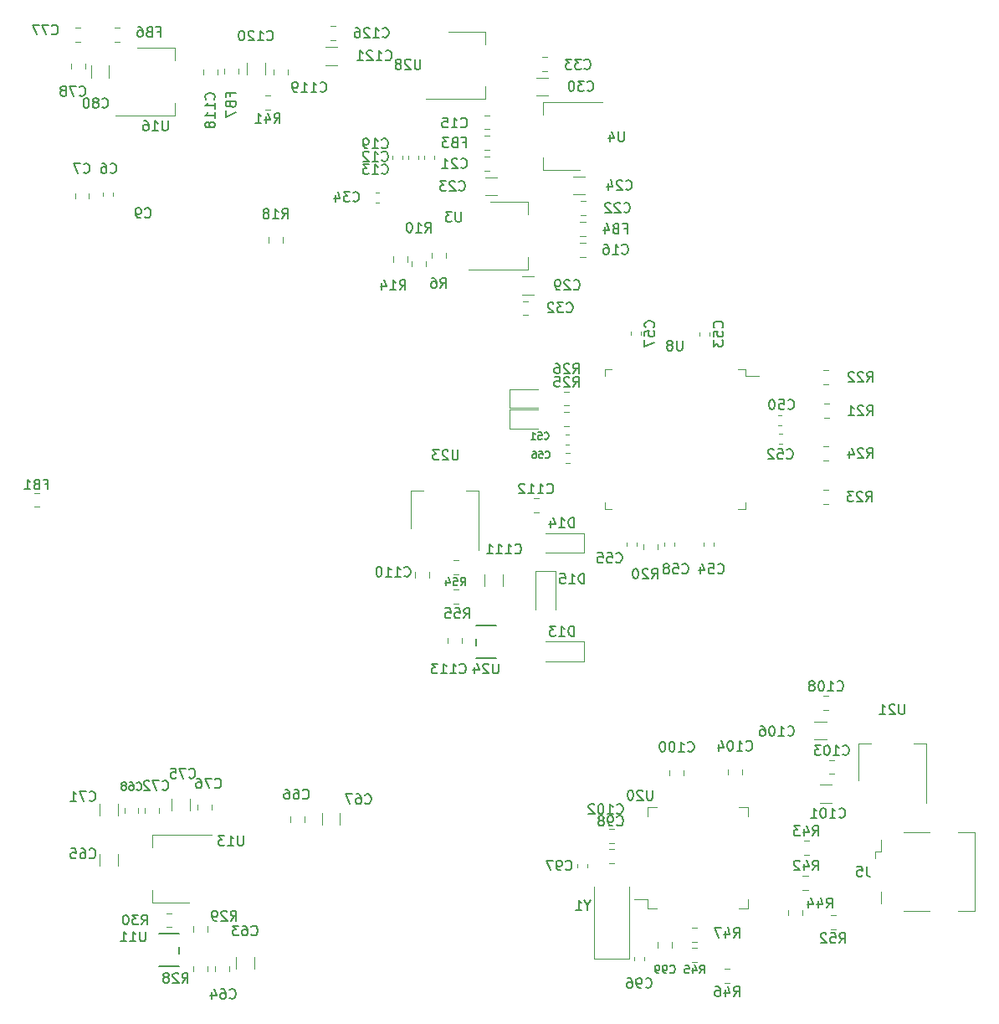
<source format=gbr>
%TF.GenerationSoftware,KiCad,Pcbnew,5.1.6-c6e7f7d~87~ubuntu20.04.1*%
%TF.CreationDate,2020-11-09T11:07:46+00:00*%
%TF.ProjectId,FrequencyCounter,46726571-7565-46e6-9379-436f756e7465,rev?*%
%TF.SameCoordinates,Original*%
%TF.FileFunction,Legend,Bot*%
%TF.FilePolarity,Positive*%
%FSLAX46Y46*%
G04 Gerber Fmt 4.6, Leading zero omitted, Abs format (unit mm)*
G04 Created by KiCad (PCBNEW 5.1.6-c6e7f7d~87~ubuntu20.04.1) date 2020-11-09 11:07:46*
%MOMM*%
%LPD*%
G01*
G04 APERTURE LIST*
%ADD10C,0.120000*%
%ADD11C,0.152400*%
%ADD12C,0.150000*%
%ADD13C,0.130000*%
G04 APERTURE END LIST*
D10*
%TO.C,U28*%
X87010000Y-22440000D02*
X87010000Y-23700000D01*
X87010000Y-29260000D02*
X87010000Y-28000000D01*
X83250000Y-22440000D02*
X87010000Y-22440000D01*
X81000000Y-29260000D02*
X87010000Y-29260000D01*
%TO.C,U20*%
X103400000Y-110145000D02*
X102060000Y-110145000D01*
X103400000Y-111095000D02*
X103400000Y-110145000D01*
X104350000Y-111095000D02*
X103400000Y-111095000D01*
X113620000Y-111095000D02*
X113620000Y-110145000D01*
X112670000Y-111095000D02*
X113620000Y-111095000D01*
X103400000Y-100875000D02*
X103400000Y-101825000D01*
X104350000Y-100875000D02*
X103400000Y-100875000D01*
X113620000Y-100875000D02*
X113620000Y-101825000D01*
X112670000Y-100875000D02*
X113620000Y-100875000D01*
%TO.C,C80*%
X47090000Y-25885436D02*
X47090000Y-27089564D01*
X48910000Y-25885436D02*
X48910000Y-27089564D01*
%TO.C,U21*%
X124790000Y-94390000D02*
X126050000Y-94390000D01*
X131610000Y-94390000D02*
X130350000Y-94390000D01*
X124790000Y-98150000D02*
X124790000Y-94390000D01*
X131610000Y-100400000D02*
X131610000Y-94390000D01*
%TO.C,C58*%
X105140000Y-74128733D02*
X105140000Y-74471267D01*
X106160000Y-74128733D02*
X106160000Y-74471267D01*
%TO.C,C57*%
X102760000Y-53146267D02*
X102760000Y-52803733D01*
X101740000Y-53146267D02*
X101740000Y-52803733D01*
%TO.C,C56*%
X95521267Y-65040000D02*
X95178733Y-65040000D01*
X95521267Y-66060000D02*
X95178733Y-66060000D01*
%TO.C,C55*%
X101290000Y-74128733D02*
X101290000Y-74471267D01*
X102310000Y-74128733D02*
X102310000Y-74471267D01*
%TO.C,C54*%
X109140000Y-74103733D02*
X109140000Y-74446267D01*
X110160000Y-74103733D02*
X110160000Y-74446267D01*
%TO.C,C53*%
X109710000Y-53171267D02*
X109710000Y-52828733D01*
X108690000Y-53171267D02*
X108690000Y-52828733D01*
%TO.C,C52*%
X116703733Y-64160000D02*
X117046267Y-64160000D01*
X116703733Y-63140000D02*
X117046267Y-63140000D01*
%TO.C,C51*%
X95466267Y-63200000D02*
X95123733Y-63200000D01*
X95466267Y-64220000D02*
X95123733Y-64220000D01*
%TO.C,C50*%
X116653733Y-62260000D02*
X116996267Y-62260000D01*
X116653733Y-61240000D02*
X116996267Y-61240000D01*
%TO.C,C34*%
X76271267Y-38690000D02*
X75928733Y-38690000D01*
X76271267Y-39710000D02*
X75928733Y-39710000D01*
%TO.C,C12*%
X80210000Y-35371267D02*
X80210000Y-35028733D01*
X79190000Y-35371267D02*
X79190000Y-35028733D01*
%TO.C,C6*%
X48290000Y-38728733D02*
X48290000Y-39071267D01*
X49310000Y-38728733D02*
X49310000Y-39071267D01*
%TO.C,C7*%
X46910000Y-38763748D02*
X46910000Y-39286252D01*
X45490000Y-38763748D02*
X45490000Y-39286252D01*
%TO.C,C13*%
X77590000Y-35371267D02*
X77590000Y-35028733D01*
X78610000Y-35371267D02*
X78610000Y-35028733D01*
%TO.C,C15*%
X87461252Y-30890000D02*
X86938748Y-30890000D01*
X87461252Y-32310000D02*
X86938748Y-32310000D01*
%TO.C,C16*%
X96613748Y-45210000D02*
X97136252Y-45210000D01*
X96613748Y-43790000D02*
X97136252Y-43790000D01*
%TO.C,C19*%
X81810000Y-35371267D02*
X81810000Y-35028733D01*
X80790000Y-35371267D02*
X80790000Y-35028733D01*
%TO.C,C21*%
X86938748Y-36510000D02*
X87461252Y-36510000D01*
X86938748Y-35090000D02*
X87461252Y-35090000D01*
%TO.C,C22*%
X97161252Y-41010000D02*
X96638748Y-41010000D01*
X97161252Y-39590000D02*
X96638748Y-39590000D01*
%TO.C,C23*%
X86997936Y-37190000D02*
X88202064Y-37190000D01*
X86997936Y-39010000D02*
X88202064Y-39010000D01*
%TO.C,C24*%
X97102064Y-38910000D02*
X95897936Y-38910000D01*
X97102064Y-37090000D02*
X95897936Y-37090000D01*
%TO.C,C29*%
X91902064Y-47190000D02*
X90697936Y-47190000D01*
X91902064Y-49010000D02*
X90697936Y-49010000D01*
%TO.C,C30*%
X92197936Y-28910000D02*
X93402064Y-28910000D01*
X92197936Y-27090000D02*
X93402064Y-27090000D01*
%TO.C,C32*%
X91361252Y-49690000D02*
X90838748Y-49690000D01*
X91361252Y-51110000D02*
X90838748Y-51110000D01*
%TO.C,C33*%
X92738748Y-24990000D02*
X93261252Y-24990000D01*
X92738748Y-26410000D02*
X93261252Y-26410000D01*
%TO.C,C63*%
X63604000Y-115985936D02*
X63604000Y-117190064D01*
X61784000Y-115985936D02*
X61784000Y-117190064D01*
%TO.C,C64*%
X59684000Y-116926748D02*
X59684000Y-117449252D01*
X61104000Y-116926748D02*
X61104000Y-117449252D01*
%TO.C,C65*%
X49804000Y-106802564D02*
X49804000Y-105598436D01*
X47984000Y-106802564D02*
X47984000Y-105598436D01*
%TO.C,C66*%
X68704000Y-101826748D02*
X68704000Y-102349252D01*
X67284000Y-101826748D02*
X67284000Y-102349252D01*
%TO.C,C67*%
X72304000Y-101473436D02*
X72304000Y-102677564D01*
X70484000Y-101473436D02*
X70484000Y-102677564D01*
%TO.C,C68*%
X50484000Y-100926748D02*
X50484000Y-101449252D01*
X51904000Y-100926748D02*
X51904000Y-101449252D01*
%TO.C,C71*%
X47984000Y-100485936D02*
X47984000Y-101690064D01*
X49804000Y-100485936D02*
X49804000Y-101690064D01*
%TO.C,C72*%
X54004000Y-100926748D02*
X54004000Y-101449252D01*
X52584000Y-100926748D02*
X52584000Y-101449252D01*
%TO.C,C75*%
X55284000Y-101190064D02*
X55284000Y-99985936D01*
X57104000Y-101190064D02*
X57104000Y-99985936D01*
%TO.C,C76*%
X59304000Y-101149252D02*
X59304000Y-100626748D01*
X57884000Y-101149252D02*
X57884000Y-100626748D01*
%TO.C,C77*%
X46011252Y-22040000D02*
X45488748Y-22040000D01*
X46011252Y-23460000D02*
X45488748Y-23460000D01*
%TO.C,C78*%
X46510000Y-25663748D02*
X46510000Y-26186252D01*
X45090000Y-25663748D02*
X45090000Y-26186252D01*
%TO.C,C96*%
X103110000Y-116028733D02*
X103110000Y-116371267D01*
X102090000Y-116028733D02*
X102090000Y-116371267D01*
%TO.C,C97*%
X97310000Y-106971267D02*
X97310000Y-106628733D01*
X96290000Y-106971267D02*
X96290000Y-106628733D01*
%TO.C,C98*%
X99538748Y-106510000D02*
X100061252Y-106510000D01*
X99538748Y-105090000D02*
X100061252Y-105090000D01*
%TO.C,C99*%
X104490000Y-114538748D02*
X104490000Y-115061252D01*
X105910000Y-114538748D02*
X105910000Y-115061252D01*
%TO.C,C100*%
X107060000Y-97636252D02*
X107060000Y-97113748D01*
X105640000Y-97636252D02*
X105640000Y-97113748D01*
%TO.C,C101*%
X122102064Y-100410000D02*
X120897936Y-100410000D01*
X122102064Y-98590000D02*
X120897936Y-98590000D01*
%TO.C,C102*%
X100061252Y-104510000D02*
X99538748Y-104510000D01*
X100061252Y-103090000D02*
X99538748Y-103090000D01*
%TO.C,C103*%
X122336252Y-97510000D02*
X121813748Y-97510000D01*
X122336252Y-96090000D02*
X121813748Y-96090000D01*
%TO.C,C104*%
X113010000Y-97561252D02*
X113010000Y-97038748D01*
X111590000Y-97561252D02*
X111590000Y-97038748D01*
%TO.C,C106*%
X121514564Y-94010000D02*
X120310436Y-94010000D01*
X121514564Y-92190000D02*
X120310436Y-92190000D01*
%TO.C,C108*%
X121761252Y-91010000D02*
X121238748Y-91010000D01*
X121761252Y-89590000D02*
X121238748Y-89590000D01*
%TO.C,C110*%
X81335000Y-77113748D02*
X81335000Y-77636252D01*
X79915000Y-77113748D02*
X79915000Y-77636252D01*
%TO.C,C111*%
X88785000Y-78514564D02*
X88785000Y-77310436D01*
X86965000Y-78514564D02*
X86965000Y-77310436D01*
%TO.C,C112*%
X92411252Y-71060000D02*
X91888748Y-71060000D01*
X92411252Y-69640000D02*
X91888748Y-69640000D01*
%TO.C,C113*%
X84660000Y-83738748D02*
X84660000Y-84261252D01*
X83240000Y-83738748D02*
X83240000Y-84261252D01*
%TO.C,C118*%
X59910000Y-26238748D02*
X59910000Y-26761252D01*
X58490000Y-26238748D02*
X58490000Y-26761252D01*
%TO.C,C119*%
X65590000Y-26761252D02*
X65590000Y-26238748D01*
X67010000Y-26761252D02*
X67010000Y-26238748D01*
%TO.C,C120*%
X62890000Y-26802064D02*
X62890000Y-25597936D01*
X64710000Y-26802064D02*
X64710000Y-25597936D01*
%TO.C,C121*%
X70797936Y-25810000D02*
X72002064Y-25810000D01*
X70797936Y-23990000D02*
X72002064Y-23990000D01*
%TO.C,C126*%
X71338748Y-23310000D02*
X71861252Y-23310000D01*
X71338748Y-21890000D02*
X71861252Y-21890000D01*
%TO.C,D6*%
X92350000Y-60510000D02*
X89490000Y-60510000D01*
X89490000Y-60510000D02*
X89490000Y-58590000D01*
X89490000Y-58590000D02*
X92350000Y-58590000D01*
%TO.C,D7*%
X92350000Y-62610000D02*
X89490000Y-62610000D01*
X89490000Y-62610000D02*
X89490000Y-60690000D01*
X89490000Y-60690000D02*
X92350000Y-60690000D01*
%TO.C,D13*%
X97025000Y-84100000D02*
X97025000Y-86100000D01*
X97025000Y-86100000D02*
X93125000Y-86100000D01*
X97025000Y-84100000D02*
X93125000Y-84100000D01*
%TO.C,D14*%
X97025000Y-73150000D02*
X93125000Y-73150000D01*
X97025000Y-75150000D02*
X93125000Y-75150000D01*
X97025000Y-73150000D02*
X97025000Y-75150000D01*
%TO.C,D15*%
X92125000Y-76950000D02*
X92125000Y-80850000D01*
X94125000Y-76950000D02*
X94125000Y-80850000D01*
X92125000Y-76950000D02*
X94125000Y-76950000D01*
%TO.C,FB1*%
X41338748Y-70510000D02*
X41861252Y-70510000D01*
X41338748Y-69090000D02*
X41861252Y-69090000D01*
%TO.C,FB3*%
X87461252Y-32990000D02*
X86938748Y-32990000D01*
X87461252Y-34410000D02*
X86938748Y-34410000D01*
%TO.C,FB4*%
X96613748Y-43110000D02*
X97136252Y-43110000D01*
X96613748Y-41690000D02*
X97136252Y-41690000D01*
%TO.C,FB6*%
X49488748Y-22040000D02*
X50011252Y-22040000D01*
X49488748Y-23460000D02*
X50011252Y-23460000D01*
%TO.C,FB7*%
X62010000Y-26213748D02*
X62010000Y-26736252D01*
X60590000Y-26213748D02*
X60590000Y-26736252D01*
%TO.C,J5*%
X136510000Y-111360000D02*
X134850000Y-111360000D01*
X136510000Y-103440000D02*
X136510000Y-111360000D01*
X134850000Y-103440000D02*
X136510000Y-103440000D01*
X127040000Y-109450000D02*
X127040000Y-110600000D01*
X126450000Y-105350000D02*
X126450000Y-106050000D01*
X127040000Y-105350000D02*
X126450000Y-105350000D01*
X127040000Y-104200000D02*
X127040000Y-105350000D01*
X129350000Y-111360000D02*
X131950000Y-111360000D01*
X131950000Y-103440000D02*
X129350000Y-103440000D01*
%TO.C,R6*%
X81590000Y-45361252D02*
X81590000Y-44838748D01*
X83010000Y-45361252D02*
X83010000Y-44838748D01*
%TO.C,R10*%
X81010000Y-45663748D02*
X81010000Y-46186252D01*
X79590000Y-45663748D02*
X79590000Y-46186252D01*
%TO.C,R14*%
X77690000Y-45188748D02*
X77690000Y-45711252D01*
X79110000Y-45188748D02*
X79110000Y-45711252D01*
%TO.C,R18*%
X65090000Y-43238748D02*
X65090000Y-43761252D01*
X66510000Y-43238748D02*
X66510000Y-43761252D01*
%TO.C,R20*%
X104460000Y-74761252D02*
X104460000Y-74238748D01*
X103040000Y-74761252D02*
X103040000Y-74238748D01*
%TO.C,R21*%
X121288748Y-61510000D02*
X121811252Y-61510000D01*
X121288748Y-60090000D02*
X121811252Y-60090000D01*
%TO.C,R22*%
X121188748Y-56690000D02*
X121711252Y-56690000D01*
X121188748Y-58110000D02*
X121711252Y-58110000D01*
%TO.C,R23*%
X121188748Y-68790000D02*
X121711252Y-68790000D01*
X121188748Y-70210000D02*
X121711252Y-70210000D01*
%TO.C,R24*%
X121188748Y-64390000D02*
X121711252Y-64390000D01*
X121188748Y-65810000D02*
X121711252Y-65810000D01*
%TO.C,R25*%
X95511252Y-58840000D02*
X94988748Y-58840000D01*
X95511252Y-60260000D02*
X94988748Y-60260000D01*
%TO.C,R26*%
X95511252Y-62360000D02*
X94988748Y-62360000D01*
X95511252Y-60940000D02*
X94988748Y-60940000D01*
%TO.C,R28*%
X58904000Y-116926748D02*
X58904000Y-117449252D01*
X57484000Y-116926748D02*
X57484000Y-117449252D01*
%TO.C,R29*%
X57484000Y-113449252D02*
X57484000Y-112926748D01*
X58904000Y-113449252D02*
X58904000Y-112926748D01*
%TO.C,R30*%
X55255252Y-112998000D02*
X54732748Y-112998000D01*
X55255252Y-111578000D02*
X54732748Y-111578000D01*
%TO.C,R41*%
X64738748Y-28890000D02*
X65261252Y-28890000D01*
X64738748Y-30310000D02*
X65261252Y-30310000D01*
%TO.C,R42*%
X119138748Y-109210000D02*
X119661252Y-109210000D01*
X119138748Y-107790000D02*
X119661252Y-107790000D01*
%TO.C,R43*%
X119238748Y-104290000D02*
X119761252Y-104290000D01*
X119238748Y-105710000D02*
X119761252Y-105710000D01*
%TO.C,R44*%
X117690000Y-111761252D02*
X117690000Y-111238748D01*
X119110000Y-111761252D02*
X119110000Y-111238748D01*
%TO.C,R45*%
X108461252Y-116510000D02*
X107938748Y-116510000D01*
X108461252Y-115090000D02*
X107938748Y-115090000D01*
%TO.C,R46*%
X111238748Y-118610000D02*
X111761252Y-118610000D01*
X111238748Y-117190000D02*
X111761252Y-117190000D01*
%TO.C,R47*%
X107938748Y-113090000D02*
X108461252Y-113090000D01*
X107938748Y-114510000D02*
X108461252Y-114510000D01*
%TO.C,R52*%
X121938748Y-111790000D02*
X122461252Y-111790000D01*
X121938748Y-113210000D02*
X122461252Y-113210000D01*
%TO.C,R54*%
X83763748Y-77310000D02*
X84286252Y-77310000D01*
X83763748Y-75890000D02*
X84286252Y-75890000D01*
%TO.C,R55*%
X84311252Y-78890000D02*
X83788748Y-78890000D01*
X84311252Y-80310000D02*
X83788748Y-80310000D01*
%TO.C,U3*%
X85300000Y-46510000D02*
X91310000Y-46510000D01*
X87550000Y-39690000D02*
X91310000Y-39690000D01*
X91310000Y-46510000D02*
X91310000Y-45250000D01*
X91310000Y-39690000D02*
X91310000Y-40950000D01*
%TO.C,U4*%
X92840000Y-36410000D02*
X92840000Y-35150000D01*
X92840000Y-29590000D02*
X92840000Y-30850000D01*
X96600000Y-36410000D02*
X92840000Y-36410000D01*
X98850000Y-29590000D02*
X92840000Y-29590000D01*
%TO.C,U8*%
X113310000Y-57245000D02*
X114675000Y-57245000D01*
X113310000Y-56545000D02*
X113310000Y-57245000D01*
X112610000Y-56545000D02*
X113310000Y-56545000D01*
X99090000Y-56545000D02*
X99090000Y-57245000D01*
X99790000Y-56545000D02*
X99090000Y-56545000D01*
X113310000Y-70765000D02*
X113310000Y-70065000D01*
X112610000Y-70765000D02*
X113310000Y-70765000D01*
X99090000Y-70765000D02*
X99090000Y-70065000D01*
X99790000Y-70765000D02*
X99090000Y-70765000D01*
D11*
%TO.C,U11*%
X53990700Y-113657000D02*
X55997300Y-113657000D01*
X55997300Y-114970139D02*
X55997300Y-115645861D01*
X55997300Y-116959000D02*
X53990700Y-116959000D01*
D10*
%TO.C,U13*%
X53284000Y-110498000D02*
X53284000Y-109238000D01*
X53284000Y-103678000D02*
X53284000Y-104938000D01*
X57044000Y-110498000D02*
X53284000Y-110498000D01*
X59294000Y-103678000D02*
X53284000Y-103678000D01*
%TO.C,U16*%
X49550000Y-30910000D02*
X55560000Y-30910000D01*
X51800000Y-24090000D02*
X55560000Y-24090000D01*
X55560000Y-30910000D02*
X55560000Y-29650000D01*
X55560000Y-24090000D02*
X55560000Y-25350000D01*
%TO.C,U23*%
X86305000Y-74880000D02*
X86305000Y-68870000D01*
X79485000Y-72630000D02*
X79485000Y-68870000D01*
X86305000Y-68870000D02*
X85045000Y-68870000D01*
X79485000Y-68870000D02*
X80745000Y-68870000D01*
D11*
%TO.C,U24*%
X86086700Y-82504000D02*
X88093300Y-82504000D01*
X86086700Y-84492861D02*
X86086700Y-83817139D01*
X88093300Y-85806000D02*
X86086700Y-85806000D01*
D10*
%TO.C,Y1*%
X101600000Y-108900000D02*
X101600000Y-116150000D01*
X101600000Y-116150000D02*
X98000000Y-116150000D01*
X98000000Y-116150000D02*
X98000000Y-108900000D01*
%TO.C,U28*%
D12*
X80438095Y-25252380D02*
X80438095Y-26061904D01*
X80390476Y-26157142D01*
X80342857Y-26204761D01*
X80247619Y-26252380D01*
X80057142Y-26252380D01*
X79961904Y-26204761D01*
X79914285Y-26157142D01*
X79866666Y-26061904D01*
X79866666Y-25252380D01*
X79438095Y-25347619D02*
X79390476Y-25300000D01*
X79295238Y-25252380D01*
X79057142Y-25252380D01*
X78961904Y-25300000D01*
X78914285Y-25347619D01*
X78866666Y-25442857D01*
X78866666Y-25538095D01*
X78914285Y-25680952D01*
X79485714Y-26252380D01*
X78866666Y-26252380D01*
X78295238Y-25680952D02*
X78390476Y-25633333D01*
X78438095Y-25585714D01*
X78485714Y-25490476D01*
X78485714Y-25442857D01*
X78438095Y-25347619D01*
X78390476Y-25300000D01*
X78295238Y-25252380D01*
X78104761Y-25252380D01*
X78009523Y-25300000D01*
X77961904Y-25347619D01*
X77914285Y-25442857D01*
X77914285Y-25490476D01*
X77961904Y-25585714D01*
X78009523Y-25633333D01*
X78104761Y-25680952D01*
X78295238Y-25680952D01*
X78390476Y-25728571D01*
X78438095Y-25776190D01*
X78485714Y-25871428D01*
X78485714Y-26061904D01*
X78438095Y-26157142D01*
X78390476Y-26204761D01*
X78295238Y-26252380D01*
X78104761Y-26252380D01*
X78009523Y-26204761D01*
X77961904Y-26157142D01*
X77914285Y-26061904D01*
X77914285Y-25871428D01*
X77961904Y-25776190D01*
X78009523Y-25728571D01*
X78104761Y-25680952D01*
%TO.C,U20*%
X103938095Y-99152380D02*
X103938095Y-99961904D01*
X103890476Y-100057142D01*
X103842857Y-100104761D01*
X103747619Y-100152380D01*
X103557142Y-100152380D01*
X103461904Y-100104761D01*
X103414285Y-100057142D01*
X103366666Y-99961904D01*
X103366666Y-99152380D01*
X102938095Y-99247619D02*
X102890476Y-99200000D01*
X102795238Y-99152380D01*
X102557142Y-99152380D01*
X102461904Y-99200000D01*
X102414285Y-99247619D01*
X102366666Y-99342857D01*
X102366666Y-99438095D01*
X102414285Y-99580952D01*
X102985714Y-100152380D01*
X102366666Y-100152380D01*
X101747619Y-99152380D02*
X101652380Y-99152380D01*
X101557142Y-99200000D01*
X101509523Y-99247619D01*
X101461904Y-99342857D01*
X101414285Y-99533333D01*
X101414285Y-99771428D01*
X101461904Y-99961904D01*
X101509523Y-100057142D01*
X101557142Y-100104761D01*
X101652380Y-100152380D01*
X101747619Y-100152380D01*
X101842857Y-100104761D01*
X101890476Y-100057142D01*
X101938095Y-99961904D01*
X101985714Y-99771428D01*
X101985714Y-99533333D01*
X101938095Y-99342857D01*
X101890476Y-99247619D01*
X101842857Y-99200000D01*
X101747619Y-99152380D01*
%TO.C,C80*%
X48242857Y-30057142D02*
X48290476Y-30104761D01*
X48433333Y-30152380D01*
X48528571Y-30152380D01*
X48671428Y-30104761D01*
X48766666Y-30009523D01*
X48814285Y-29914285D01*
X48861904Y-29723809D01*
X48861904Y-29580952D01*
X48814285Y-29390476D01*
X48766666Y-29295238D01*
X48671428Y-29200000D01*
X48528571Y-29152380D01*
X48433333Y-29152380D01*
X48290476Y-29200000D01*
X48242857Y-29247619D01*
X47671428Y-29580952D02*
X47766666Y-29533333D01*
X47814285Y-29485714D01*
X47861904Y-29390476D01*
X47861904Y-29342857D01*
X47814285Y-29247619D01*
X47766666Y-29200000D01*
X47671428Y-29152380D01*
X47480952Y-29152380D01*
X47385714Y-29200000D01*
X47338095Y-29247619D01*
X47290476Y-29342857D01*
X47290476Y-29390476D01*
X47338095Y-29485714D01*
X47385714Y-29533333D01*
X47480952Y-29580952D01*
X47671428Y-29580952D01*
X47766666Y-29628571D01*
X47814285Y-29676190D01*
X47861904Y-29771428D01*
X47861904Y-29961904D01*
X47814285Y-30057142D01*
X47766666Y-30104761D01*
X47671428Y-30152380D01*
X47480952Y-30152380D01*
X47385714Y-30104761D01*
X47338095Y-30057142D01*
X47290476Y-29961904D01*
X47290476Y-29771428D01*
X47338095Y-29676190D01*
X47385714Y-29628571D01*
X47480952Y-29580952D01*
X46671428Y-29152380D02*
X46576190Y-29152380D01*
X46480952Y-29200000D01*
X46433333Y-29247619D01*
X46385714Y-29342857D01*
X46338095Y-29533333D01*
X46338095Y-29771428D01*
X46385714Y-29961904D01*
X46433333Y-30057142D01*
X46480952Y-30104761D01*
X46576190Y-30152380D01*
X46671428Y-30152380D01*
X46766666Y-30104761D01*
X46814285Y-30057142D01*
X46861904Y-29961904D01*
X46909523Y-29771428D01*
X46909523Y-29533333D01*
X46861904Y-29342857D01*
X46814285Y-29247619D01*
X46766666Y-29200000D01*
X46671428Y-29152380D01*
%TO.C,U21*%
X129438095Y-90452380D02*
X129438095Y-91261904D01*
X129390476Y-91357142D01*
X129342857Y-91404761D01*
X129247619Y-91452380D01*
X129057142Y-91452380D01*
X128961904Y-91404761D01*
X128914285Y-91357142D01*
X128866666Y-91261904D01*
X128866666Y-90452380D01*
X128438095Y-90547619D02*
X128390476Y-90500000D01*
X128295238Y-90452380D01*
X128057142Y-90452380D01*
X127961904Y-90500000D01*
X127914285Y-90547619D01*
X127866666Y-90642857D01*
X127866666Y-90738095D01*
X127914285Y-90880952D01*
X128485714Y-91452380D01*
X127866666Y-91452380D01*
X126914285Y-91452380D02*
X127485714Y-91452380D01*
X127200000Y-91452380D02*
X127200000Y-90452380D01*
X127295238Y-90595238D01*
X127390476Y-90690476D01*
X127485714Y-90738095D01*
%TO.C,C58*%
X106942857Y-77157142D02*
X106990476Y-77204761D01*
X107133333Y-77252380D01*
X107228571Y-77252380D01*
X107371428Y-77204761D01*
X107466666Y-77109523D01*
X107514285Y-77014285D01*
X107561904Y-76823809D01*
X107561904Y-76680952D01*
X107514285Y-76490476D01*
X107466666Y-76395238D01*
X107371428Y-76300000D01*
X107228571Y-76252380D01*
X107133333Y-76252380D01*
X106990476Y-76300000D01*
X106942857Y-76347619D01*
X106038095Y-76252380D02*
X106514285Y-76252380D01*
X106561904Y-76728571D01*
X106514285Y-76680952D01*
X106419047Y-76633333D01*
X106180952Y-76633333D01*
X106085714Y-76680952D01*
X106038095Y-76728571D01*
X105990476Y-76823809D01*
X105990476Y-77061904D01*
X106038095Y-77157142D01*
X106085714Y-77204761D01*
X106180952Y-77252380D01*
X106419047Y-77252380D01*
X106514285Y-77204761D01*
X106561904Y-77157142D01*
X105419047Y-76680952D02*
X105514285Y-76633333D01*
X105561904Y-76585714D01*
X105609523Y-76490476D01*
X105609523Y-76442857D01*
X105561904Y-76347619D01*
X105514285Y-76300000D01*
X105419047Y-76252380D01*
X105228571Y-76252380D01*
X105133333Y-76300000D01*
X105085714Y-76347619D01*
X105038095Y-76442857D01*
X105038095Y-76490476D01*
X105085714Y-76585714D01*
X105133333Y-76633333D01*
X105228571Y-76680952D01*
X105419047Y-76680952D01*
X105514285Y-76728571D01*
X105561904Y-76776190D01*
X105609523Y-76871428D01*
X105609523Y-77061904D01*
X105561904Y-77157142D01*
X105514285Y-77204761D01*
X105419047Y-77252380D01*
X105228571Y-77252380D01*
X105133333Y-77204761D01*
X105085714Y-77157142D01*
X105038095Y-77061904D01*
X105038095Y-76871428D01*
X105085714Y-76776190D01*
X105133333Y-76728571D01*
X105228571Y-76680952D01*
%TO.C,C57*%
X104037142Y-52332142D02*
X104084761Y-52284523D01*
X104132380Y-52141666D01*
X104132380Y-52046428D01*
X104084761Y-51903571D01*
X103989523Y-51808333D01*
X103894285Y-51760714D01*
X103703809Y-51713095D01*
X103560952Y-51713095D01*
X103370476Y-51760714D01*
X103275238Y-51808333D01*
X103180000Y-51903571D01*
X103132380Y-52046428D01*
X103132380Y-52141666D01*
X103180000Y-52284523D01*
X103227619Y-52332142D01*
X103132380Y-53236904D02*
X103132380Y-52760714D01*
X103608571Y-52713095D01*
X103560952Y-52760714D01*
X103513333Y-52855952D01*
X103513333Y-53094047D01*
X103560952Y-53189285D01*
X103608571Y-53236904D01*
X103703809Y-53284523D01*
X103941904Y-53284523D01*
X104037142Y-53236904D01*
X104084761Y-53189285D01*
X104132380Y-53094047D01*
X104132380Y-52855952D01*
X104084761Y-52760714D01*
X104037142Y-52713095D01*
X103132380Y-53617857D02*
X103132380Y-54284523D01*
X104132380Y-53855952D01*
%TO.C,C56*%
X93100000Y-65500000D02*
X93133333Y-65533333D01*
X93233333Y-65566666D01*
X93300000Y-65566666D01*
X93400000Y-65533333D01*
X93466666Y-65466666D01*
X93500000Y-65400000D01*
X93533333Y-65266666D01*
X93533333Y-65166666D01*
X93500000Y-65033333D01*
X93466666Y-64966666D01*
X93400000Y-64900000D01*
X93300000Y-64866666D01*
X93233333Y-64866666D01*
X93133333Y-64900000D01*
X93100000Y-64933333D01*
X92466666Y-64866666D02*
X92800000Y-64866666D01*
X92833333Y-65200000D01*
X92800000Y-65166666D01*
X92733333Y-65133333D01*
X92566666Y-65133333D01*
X92500000Y-65166666D01*
X92466666Y-65200000D01*
X92433333Y-65266666D01*
X92433333Y-65433333D01*
X92466666Y-65500000D01*
X92500000Y-65533333D01*
X92566666Y-65566666D01*
X92733333Y-65566666D01*
X92800000Y-65533333D01*
X92833333Y-65500000D01*
X91833333Y-64866666D02*
X91966666Y-64866666D01*
X92033333Y-64900000D01*
X92066666Y-64933333D01*
X92133333Y-65033333D01*
X92166666Y-65166666D01*
X92166666Y-65433333D01*
X92133333Y-65500000D01*
X92100000Y-65533333D01*
X92033333Y-65566666D01*
X91900000Y-65566666D01*
X91833333Y-65533333D01*
X91800000Y-65500000D01*
X91766666Y-65433333D01*
X91766666Y-65266666D01*
X91800000Y-65200000D01*
X91833333Y-65166666D01*
X91900000Y-65133333D01*
X92033333Y-65133333D01*
X92100000Y-65166666D01*
X92133333Y-65200000D01*
X92166666Y-65266666D01*
%TO.C,C55*%
X100242857Y-76057142D02*
X100290476Y-76104761D01*
X100433333Y-76152380D01*
X100528571Y-76152380D01*
X100671428Y-76104761D01*
X100766666Y-76009523D01*
X100814285Y-75914285D01*
X100861904Y-75723809D01*
X100861904Y-75580952D01*
X100814285Y-75390476D01*
X100766666Y-75295238D01*
X100671428Y-75200000D01*
X100528571Y-75152380D01*
X100433333Y-75152380D01*
X100290476Y-75200000D01*
X100242857Y-75247619D01*
X99338095Y-75152380D02*
X99814285Y-75152380D01*
X99861904Y-75628571D01*
X99814285Y-75580952D01*
X99719047Y-75533333D01*
X99480952Y-75533333D01*
X99385714Y-75580952D01*
X99338095Y-75628571D01*
X99290476Y-75723809D01*
X99290476Y-75961904D01*
X99338095Y-76057142D01*
X99385714Y-76104761D01*
X99480952Y-76152380D01*
X99719047Y-76152380D01*
X99814285Y-76104761D01*
X99861904Y-76057142D01*
X98385714Y-75152380D02*
X98861904Y-75152380D01*
X98909523Y-75628571D01*
X98861904Y-75580952D01*
X98766666Y-75533333D01*
X98528571Y-75533333D01*
X98433333Y-75580952D01*
X98385714Y-75628571D01*
X98338095Y-75723809D01*
X98338095Y-75961904D01*
X98385714Y-76057142D01*
X98433333Y-76104761D01*
X98528571Y-76152380D01*
X98766666Y-76152380D01*
X98861904Y-76104761D01*
X98909523Y-76057142D01*
%TO.C,C54*%
X110542857Y-77157142D02*
X110590476Y-77204761D01*
X110733333Y-77252380D01*
X110828571Y-77252380D01*
X110971428Y-77204761D01*
X111066666Y-77109523D01*
X111114285Y-77014285D01*
X111161904Y-76823809D01*
X111161904Y-76680952D01*
X111114285Y-76490476D01*
X111066666Y-76395238D01*
X110971428Y-76300000D01*
X110828571Y-76252380D01*
X110733333Y-76252380D01*
X110590476Y-76300000D01*
X110542857Y-76347619D01*
X109638095Y-76252380D02*
X110114285Y-76252380D01*
X110161904Y-76728571D01*
X110114285Y-76680952D01*
X110019047Y-76633333D01*
X109780952Y-76633333D01*
X109685714Y-76680952D01*
X109638095Y-76728571D01*
X109590476Y-76823809D01*
X109590476Y-77061904D01*
X109638095Y-77157142D01*
X109685714Y-77204761D01*
X109780952Y-77252380D01*
X110019047Y-77252380D01*
X110114285Y-77204761D01*
X110161904Y-77157142D01*
X108733333Y-76585714D02*
X108733333Y-77252380D01*
X108971428Y-76204761D02*
X109209523Y-76919047D01*
X108590476Y-76919047D01*
%TO.C,C53*%
X110987142Y-52357142D02*
X111034761Y-52309523D01*
X111082380Y-52166666D01*
X111082380Y-52071428D01*
X111034761Y-51928571D01*
X110939523Y-51833333D01*
X110844285Y-51785714D01*
X110653809Y-51738095D01*
X110510952Y-51738095D01*
X110320476Y-51785714D01*
X110225238Y-51833333D01*
X110130000Y-51928571D01*
X110082380Y-52071428D01*
X110082380Y-52166666D01*
X110130000Y-52309523D01*
X110177619Y-52357142D01*
X110082380Y-53261904D02*
X110082380Y-52785714D01*
X110558571Y-52738095D01*
X110510952Y-52785714D01*
X110463333Y-52880952D01*
X110463333Y-53119047D01*
X110510952Y-53214285D01*
X110558571Y-53261904D01*
X110653809Y-53309523D01*
X110891904Y-53309523D01*
X110987142Y-53261904D01*
X111034761Y-53214285D01*
X111082380Y-53119047D01*
X111082380Y-52880952D01*
X111034761Y-52785714D01*
X110987142Y-52738095D01*
X110082380Y-53642857D02*
X110082380Y-54261904D01*
X110463333Y-53928571D01*
X110463333Y-54071428D01*
X110510952Y-54166666D01*
X110558571Y-54214285D01*
X110653809Y-54261904D01*
X110891904Y-54261904D01*
X110987142Y-54214285D01*
X111034761Y-54166666D01*
X111082380Y-54071428D01*
X111082380Y-53785714D01*
X111034761Y-53690476D01*
X110987142Y-53642857D01*
%TO.C,C52*%
X117517857Y-65557142D02*
X117565476Y-65604761D01*
X117708333Y-65652380D01*
X117803571Y-65652380D01*
X117946428Y-65604761D01*
X118041666Y-65509523D01*
X118089285Y-65414285D01*
X118136904Y-65223809D01*
X118136904Y-65080952D01*
X118089285Y-64890476D01*
X118041666Y-64795238D01*
X117946428Y-64700000D01*
X117803571Y-64652380D01*
X117708333Y-64652380D01*
X117565476Y-64700000D01*
X117517857Y-64747619D01*
X116613095Y-64652380D02*
X117089285Y-64652380D01*
X117136904Y-65128571D01*
X117089285Y-65080952D01*
X116994047Y-65033333D01*
X116755952Y-65033333D01*
X116660714Y-65080952D01*
X116613095Y-65128571D01*
X116565476Y-65223809D01*
X116565476Y-65461904D01*
X116613095Y-65557142D01*
X116660714Y-65604761D01*
X116755952Y-65652380D01*
X116994047Y-65652380D01*
X117089285Y-65604761D01*
X117136904Y-65557142D01*
X116184523Y-64747619D02*
X116136904Y-64700000D01*
X116041666Y-64652380D01*
X115803571Y-64652380D01*
X115708333Y-64700000D01*
X115660714Y-64747619D01*
X115613095Y-64842857D01*
X115613095Y-64938095D01*
X115660714Y-65080952D01*
X116232142Y-65652380D01*
X115613095Y-65652380D01*
%TO.C,C51*%
X93000000Y-63600000D02*
X93033333Y-63633333D01*
X93133333Y-63666666D01*
X93200000Y-63666666D01*
X93300000Y-63633333D01*
X93366666Y-63566666D01*
X93400000Y-63500000D01*
X93433333Y-63366666D01*
X93433333Y-63266666D01*
X93400000Y-63133333D01*
X93366666Y-63066666D01*
X93300000Y-63000000D01*
X93200000Y-62966666D01*
X93133333Y-62966666D01*
X93033333Y-63000000D01*
X93000000Y-63033333D01*
X92366666Y-62966666D02*
X92700000Y-62966666D01*
X92733333Y-63300000D01*
X92700000Y-63266666D01*
X92633333Y-63233333D01*
X92466666Y-63233333D01*
X92400000Y-63266666D01*
X92366666Y-63300000D01*
X92333333Y-63366666D01*
X92333333Y-63533333D01*
X92366666Y-63600000D01*
X92400000Y-63633333D01*
X92466666Y-63666666D01*
X92633333Y-63666666D01*
X92700000Y-63633333D01*
X92733333Y-63600000D01*
X91666666Y-63666666D02*
X92066666Y-63666666D01*
X91866666Y-63666666D02*
X91866666Y-62966666D01*
X91933333Y-63066666D01*
X92000000Y-63133333D01*
X92066666Y-63166666D01*
%TO.C,C50*%
X117642857Y-60557142D02*
X117690476Y-60604761D01*
X117833333Y-60652380D01*
X117928571Y-60652380D01*
X118071428Y-60604761D01*
X118166666Y-60509523D01*
X118214285Y-60414285D01*
X118261904Y-60223809D01*
X118261904Y-60080952D01*
X118214285Y-59890476D01*
X118166666Y-59795238D01*
X118071428Y-59700000D01*
X117928571Y-59652380D01*
X117833333Y-59652380D01*
X117690476Y-59700000D01*
X117642857Y-59747619D01*
X116738095Y-59652380D02*
X117214285Y-59652380D01*
X117261904Y-60128571D01*
X117214285Y-60080952D01*
X117119047Y-60033333D01*
X116880952Y-60033333D01*
X116785714Y-60080952D01*
X116738095Y-60128571D01*
X116690476Y-60223809D01*
X116690476Y-60461904D01*
X116738095Y-60557142D01*
X116785714Y-60604761D01*
X116880952Y-60652380D01*
X117119047Y-60652380D01*
X117214285Y-60604761D01*
X117261904Y-60557142D01*
X116071428Y-59652380D02*
X115976190Y-59652380D01*
X115880952Y-59700000D01*
X115833333Y-59747619D01*
X115785714Y-59842857D01*
X115738095Y-60033333D01*
X115738095Y-60271428D01*
X115785714Y-60461904D01*
X115833333Y-60557142D01*
X115880952Y-60604761D01*
X115976190Y-60652380D01*
X116071428Y-60652380D01*
X116166666Y-60604761D01*
X116214285Y-60557142D01*
X116261904Y-60461904D01*
X116309523Y-60271428D01*
X116309523Y-60033333D01*
X116261904Y-59842857D01*
X116214285Y-59747619D01*
X116166666Y-59700000D01*
X116071428Y-59652380D01*
%TO.C,C34*%
X73642857Y-39557142D02*
X73690476Y-39604761D01*
X73833333Y-39652380D01*
X73928571Y-39652380D01*
X74071428Y-39604761D01*
X74166666Y-39509523D01*
X74214285Y-39414285D01*
X74261904Y-39223809D01*
X74261904Y-39080952D01*
X74214285Y-38890476D01*
X74166666Y-38795238D01*
X74071428Y-38700000D01*
X73928571Y-38652380D01*
X73833333Y-38652380D01*
X73690476Y-38700000D01*
X73642857Y-38747619D01*
X73309523Y-38652380D02*
X72690476Y-38652380D01*
X73023809Y-39033333D01*
X72880952Y-39033333D01*
X72785714Y-39080952D01*
X72738095Y-39128571D01*
X72690476Y-39223809D01*
X72690476Y-39461904D01*
X72738095Y-39557142D01*
X72785714Y-39604761D01*
X72880952Y-39652380D01*
X73166666Y-39652380D01*
X73261904Y-39604761D01*
X73309523Y-39557142D01*
X71833333Y-38985714D02*
X71833333Y-39652380D01*
X72071428Y-38604761D02*
X72309523Y-39319047D01*
X71690476Y-39319047D01*
%TO.C,C12*%
X76542857Y-35457142D02*
X76590476Y-35504761D01*
X76733333Y-35552380D01*
X76828571Y-35552380D01*
X76971428Y-35504761D01*
X77066666Y-35409523D01*
X77114285Y-35314285D01*
X77161904Y-35123809D01*
X77161904Y-34980952D01*
X77114285Y-34790476D01*
X77066666Y-34695238D01*
X76971428Y-34600000D01*
X76828571Y-34552380D01*
X76733333Y-34552380D01*
X76590476Y-34600000D01*
X76542857Y-34647619D01*
X75590476Y-35552380D02*
X76161904Y-35552380D01*
X75876190Y-35552380D02*
X75876190Y-34552380D01*
X75971428Y-34695238D01*
X76066666Y-34790476D01*
X76161904Y-34838095D01*
X75209523Y-34647619D02*
X75161904Y-34600000D01*
X75066666Y-34552380D01*
X74828571Y-34552380D01*
X74733333Y-34600000D01*
X74685714Y-34647619D01*
X74638095Y-34742857D01*
X74638095Y-34838095D01*
X74685714Y-34980952D01*
X75257142Y-35552380D01*
X74638095Y-35552380D01*
%TO.C,C6*%
X49066666Y-36657142D02*
X49114285Y-36704761D01*
X49257142Y-36752380D01*
X49352380Y-36752380D01*
X49495238Y-36704761D01*
X49590476Y-36609523D01*
X49638095Y-36514285D01*
X49685714Y-36323809D01*
X49685714Y-36180952D01*
X49638095Y-35990476D01*
X49590476Y-35895238D01*
X49495238Y-35800000D01*
X49352380Y-35752380D01*
X49257142Y-35752380D01*
X49114285Y-35800000D01*
X49066666Y-35847619D01*
X48209523Y-35752380D02*
X48400000Y-35752380D01*
X48495238Y-35800000D01*
X48542857Y-35847619D01*
X48638095Y-35990476D01*
X48685714Y-36180952D01*
X48685714Y-36561904D01*
X48638095Y-36657142D01*
X48590476Y-36704761D01*
X48495238Y-36752380D01*
X48304761Y-36752380D01*
X48209523Y-36704761D01*
X48161904Y-36657142D01*
X48114285Y-36561904D01*
X48114285Y-36323809D01*
X48161904Y-36228571D01*
X48209523Y-36180952D01*
X48304761Y-36133333D01*
X48495238Y-36133333D01*
X48590476Y-36180952D01*
X48638095Y-36228571D01*
X48685714Y-36323809D01*
%TO.C,C7*%
X46366666Y-36657142D02*
X46414285Y-36704761D01*
X46557142Y-36752380D01*
X46652380Y-36752380D01*
X46795238Y-36704761D01*
X46890476Y-36609523D01*
X46938095Y-36514285D01*
X46985714Y-36323809D01*
X46985714Y-36180952D01*
X46938095Y-35990476D01*
X46890476Y-35895238D01*
X46795238Y-35800000D01*
X46652380Y-35752380D01*
X46557142Y-35752380D01*
X46414285Y-35800000D01*
X46366666Y-35847619D01*
X46033333Y-35752380D02*
X45366666Y-35752380D01*
X45795238Y-36752380D01*
%TO.C,C9*%
X52566666Y-41187142D02*
X52614285Y-41234761D01*
X52757142Y-41282380D01*
X52852380Y-41282380D01*
X52995238Y-41234761D01*
X53090476Y-41139523D01*
X53138095Y-41044285D01*
X53185714Y-40853809D01*
X53185714Y-40710952D01*
X53138095Y-40520476D01*
X53090476Y-40425238D01*
X52995238Y-40330000D01*
X52852380Y-40282380D01*
X52757142Y-40282380D01*
X52614285Y-40330000D01*
X52566666Y-40377619D01*
X52090476Y-41282380D02*
X51900000Y-41282380D01*
X51804761Y-41234761D01*
X51757142Y-41187142D01*
X51661904Y-41044285D01*
X51614285Y-40853809D01*
X51614285Y-40472857D01*
X51661904Y-40377619D01*
X51709523Y-40330000D01*
X51804761Y-40282380D01*
X51995238Y-40282380D01*
X52090476Y-40330000D01*
X52138095Y-40377619D01*
X52185714Y-40472857D01*
X52185714Y-40710952D01*
X52138095Y-40806190D01*
X52090476Y-40853809D01*
X51995238Y-40901428D01*
X51804761Y-40901428D01*
X51709523Y-40853809D01*
X51661904Y-40806190D01*
X51614285Y-40710952D01*
%TO.C,C13*%
X76542857Y-36757142D02*
X76590476Y-36804761D01*
X76733333Y-36852380D01*
X76828571Y-36852380D01*
X76971428Y-36804761D01*
X77066666Y-36709523D01*
X77114285Y-36614285D01*
X77161904Y-36423809D01*
X77161904Y-36280952D01*
X77114285Y-36090476D01*
X77066666Y-35995238D01*
X76971428Y-35900000D01*
X76828571Y-35852380D01*
X76733333Y-35852380D01*
X76590476Y-35900000D01*
X76542857Y-35947619D01*
X75590476Y-36852380D02*
X76161904Y-36852380D01*
X75876190Y-36852380D02*
X75876190Y-35852380D01*
X75971428Y-35995238D01*
X76066666Y-36090476D01*
X76161904Y-36138095D01*
X75257142Y-35852380D02*
X74638095Y-35852380D01*
X74971428Y-36233333D01*
X74828571Y-36233333D01*
X74733333Y-36280952D01*
X74685714Y-36328571D01*
X74638095Y-36423809D01*
X74638095Y-36661904D01*
X74685714Y-36757142D01*
X74733333Y-36804761D01*
X74828571Y-36852380D01*
X75114285Y-36852380D01*
X75209523Y-36804761D01*
X75257142Y-36757142D01*
%TO.C,C15*%
X84542857Y-32057142D02*
X84590476Y-32104761D01*
X84733333Y-32152380D01*
X84828571Y-32152380D01*
X84971428Y-32104761D01*
X85066666Y-32009523D01*
X85114285Y-31914285D01*
X85161904Y-31723809D01*
X85161904Y-31580952D01*
X85114285Y-31390476D01*
X85066666Y-31295238D01*
X84971428Y-31200000D01*
X84828571Y-31152380D01*
X84733333Y-31152380D01*
X84590476Y-31200000D01*
X84542857Y-31247619D01*
X83590476Y-32152380D02*
X84161904Y-32152380D01*
X83876190Y-32152380D02*
X83876190Y-31152380D01*
X83971428Y-31295238D01*
X84066666Y-31390476D01*
X84161904Y-31438095D01*
X82685714Y-31152380D02*
X83161904Y-31152380D01*
X83209523Y-31628571D01*
X83161904Y-31580952D01*
X83066666Y-31533333D01*
X82828571Y-31533333D01*
X82733333Y-31580952D01*
X82685714Y-31628571D01*
X82638095Y-31723809D01*
X82638095Y-31961904D01*
X82685714Y-32057142D01*
X82733333Y-32104761D01*
X82828571Y-32152380D01*
X83066666Y-32152380D01*
X83161904Y-32104761D01*
X83209523Y-32057142D01*
%TO.C,C16*%
X100842857Y-44857142D02*
X100890476Y-44904761D01*
X101033333Y-44952380D01*
X101128571Y-44952380D01*
X101271428Y-44904761D01*
X101366666Y-44809523D01*
X101414285Y-44714285D01*
X101461904Y-44523809D01*
X101461904Y-44380952D01*
X101414285Y-44190476D01*
X101366666Y-44095238D01*
X101271428Y-44000000D01*
X101128571Y-43952380D01*
X101033333Y-43952380D01*
X100890476Y-44000000D01*
X100842857Y-44047619D01*
X99890476Y-44952380D02*
X100461904Y-44952380D01*
X100176190Y-44952380D02*
X100176190Y-43952380D01*
X100271428Y-44095238D01*
X100366666Y-44190476D01*
X100461904Y-44238095D01*
X99033333Y-43952380D02*
X99223809Y-43952380D01*
X99319047Y-44000000D01*
X99366666Y-44047619D01*
X99461904Y-44190476D01*
X99509523Y-44380952D01*
X99509523Y-44761904D01*
X99461904Y-44857142D01*
X99414285Y-44904761D01*
X99319047Y-44952380D01*
X99128571Y-44952380D01*
X99033333Y-44904761D01*
X98985714Y-44857142D01*
X98938095Y-44761904D01*
X98938095Y-44523809D01*
X98985714Y-44428571D01*
X99033333Y-44380952D01*
X99128571Y-44333333D01*
X99319047Y-44333333D01*
X99414285Y-44380952D01*
X99461904Y-44428571D01*
X99509523Y-44523809D01*
%TO.C,C19*%
X76542857Y-34157142D02*
X76590476Y-34204761D01*
X76733333Y-34252380D01*
X76828571Y-34252380D01*
X76971428Y-34204761D01*
X77066666Y-34109523D01*
X77114285Y-34014285D01*
X77161904Y-33823809D01*
X77161904Y-33680952D01*
X77114285Y-33490476D01*
X77066666Y-33395238D01*
X76971428Y-33300000D01*
X76828571Y-33252380D01*
X76733333Y-33252380D01*
X76590476Y-33300000D01*
X76542857Y-33347619D01*
X75590476Y-34252380D02*
X76161904Y-34252380D01*
X75876190Y-34252380D02*
X75876190Y-33252380D01*
X75971428Y-33395238D01*
X76066666Y-33490476D01*
X76161904Y-33538095D01*
X75114285Y-34252380D02*
X74923809Y-34252380D01*
X74828571Y-34204761D01*
X74780952Y-34157142D01*
X74685714Y-34014285D01*
X74638095Y-33823809D01*
X74638095Y-33442857D01*
X74685714Y-33347619D01*
X74733333Y-33300000D01*
X74828571Y-33252380D01*
X75019047Y-33252380D01*
X75114285Y-33300000D01*
X75161904Y-33347619D01*
X75209523Y-33442857D01*
X75209523Y-33680952D01*
X75161904Y-33776190D01*
X75114285Y-33823809D01*
X75019047Y-33871428D01*
X74828571Y-33871428D01*
X74733333Y-33823809D01*
X74685714Y-33776190D01*
X74638095Y-33680952D01*
%TO.C,C21*%
X84542857Y-36157142D02*
X84590476Y-36204761D01*
X84733333Y-36252380D01*
X84828571Y-36252380D01*
X84971428Y-36204761D01*
X85066666Y-36109523D01*
X85114285Y-36014285D01*
X85161904Y-35823809D01*
X85161904Y-35680952D01*
X85114285Y-35490476D01*
X85066666Y-35395238D01*
X84971428Y-35300000D01*
X84828571Y-35252380D01*
X84733333Y-35252380D01*
X84590476Y-35300000D01*
X84542857Y-35347619D01*
X84161904Y-35347619D02*
X84114285Y-35300000D01*
X84019047Y-35252380D01*
X83780952Y-35252380D01*
X83685714Y-35300000D01*
X83638095Y-35347619D01*
X83590476Y-35442857D01*
X83590476Y-35538095D01*
X83638095Y-35680952D01*
X84209523Y-36252380D01*
X83590476Y-36252380D01*
X82638095Y-36252380D02*
X83209523Y-36252380D01*
X82923809Y-36252380D02*
X82923809Y-35252380D01*
X83019047Y-35395238D01*
X83114285Y-35490476D01*
X83209523Y-35538095D01*
%TO.C,C22*%
X101042857Y-40657142D02*
X101090476Y-40704761D01*
X101233333Y-40752380D01*
X101328571Y-40752380D01*
X101471428Y-40704761D01*
X101566666Y-40609523D01*
X101614285Y-40514285D01*
X101661904Y-40323809D01*
X101661904Y-40180952D01*
X101614285Y-39990476D01*
X101566666Y-39895238D01*
X101471428Y-39800000D01*
X101328571Y-39752380D01*
X101233333Y-39752380D01*
X101090476Y-39800000D01*
X101042857Y-39847619D01*
X100661904Y-39847619D02*
X100614285Y-39800000D01*
X100519047Y-39752380D01*
X100280952Y-39752380D01*
X100185714Y-39800000D01*
X100138095Y-39847619D01*
X100090476Y-39942857D01*
X100090476Y-40038095D01*
X100138095Y-40180952D01*
X100709523Y-40752380D01*
X100090476Y-40752380D01*
X99709523Y-39847619D02*
X99661904Y-39800000D01*
X99566666Y-39752380D01*
X99328571Y-39752380D01*
X99233333Y-39800000D01*
X99185714Y-39847619D01*
X99138095Y-39942857D01*
X99138095Y-40038095D01*
X99185714Y-40180952D01*
X99757142Y-40752380D01*
X99138095Y-40752380D01*
%TO.C,C23*%
X84342857Y-38457142D02*
X84390476Y-38504761D01*
X84533333Y-38552380D01*
X84628571Y-38552380D01*
X84771428Y-38504761D01*
X84866666Y-38409523D01*
X84914285Y-38314285D01*
X84961904Y-38123809D01*
X84961904Y-37980952D01*
X84914285Y-37790476D01*
X84866666Y-37695238D01*
X84771428Y-37600000D01*
X84628571Y-37552380D01*
X84533333Y-37552380D01*
X84390476Y-37600000D01*
X84342857Y-37647619D01*
X83961904Y-37647619D02*
X83914285Y-37600000D01*
X83819047Y-37552380D01*
X83580952Y-37552380D01*
X83485714Y-37600000D01*
X83438095Y-37647619D01*
X83390476Y-37742857D01*
X83390476Y-37838095D01*
X83438095Y-37980952D01*
X84009523Y-38552380D01*
X83390476Y-38552380D01*
X83057142Y-37552380D02*
X82438095Y-37552380D01*
X82771428Y-37933333D01*
X82628571Y-37933333D01*
X82533333Y-37980952D01*
X82485714Y-38028571D01*
X82438095Y-38123809D01*
X82438095Y-38361904D01*
X82485714Y-38457142D01*
X82533333Y-38504761D01*
X82628571Y-38552380D01*
X82914285Y-38552380D01*
X83009523Y-38504761D01*
X83057142Y-38457142D01*
%TO.C,C24*%
X101242857Y-38357142D02*
X101290476Y-38404761D01*
X101433333Y-38452380D01*
X101528571Y-38452380D01*
X101671428Y-38404761D01*
X101766666Y-38309523D01*
X101814285Y-38214285D01*
X101861904Y-38023809D01*
X101861904Y-37880952D01*
X101814285Y-37690476D01*
X101766666Y-37595238D01*
X101671428Y-37500000D01*
X101528571Y-37452380D01*
X101433333Y-37452380D01*
X101290476Y-37500000D01*
X101242857Y-37547619D01*
X100861904Y-37547619D02*
X100814285Y-37500000D01*
X100719047Y-37452380D01*
X100480952Y-37452380D01*
X100385714Y-37500000D01*
X100338095Y-37547619D01*
X100290476Y-37642857D01*
X100290476Y-37738095D01*
X100338095Y-37880952D01*
X100909523Y-38452380D01*
X100290476Y-38452380D01*
X99433333Y-37785714D02*
X99433333Y-38452380D01*
X99671428Y-37404761D02*
X99909523Y-38119047D01*
X99290476Y-38119047D01*
%TO.C,C29*%
X95942857Y-48457142D02*
X95990476Y-48504761D01*
X96133333Y-48552380D01*
X96228571Y-48552380D01*
X96371428Y-48504761D01*
X96466666Y-48409523D01*
X96514285Y-48314285D01*
X96561904Y-48123809D01*
X96561904Y-47980952D01*
X96514285Y-47790476D01*
X96466666Y-47695238D01*
X96371428Y-47600000D01*
X96228571Y-47552380D01*
X96133333Y-47552380D01*
X95990476Y-47600000D01*
X95942857Y-47647619D01*
X95561904Y-47647619D02*
X95514285Y-47600000D01*
X95419047Y-47552380D01*
X95180952Y-47552380D01*
X95085714Y-47600000D01*
X95038095Y-47647619D01*
X94990476Y-47742857D01*
X94990476Y-47838095D01*
X95038095Y-47980952D01*
X95609523Y-48552380D01*
X94990476Y-48552380D01*
X94514285Y-48552380D02*
X94323809Y-48552380D01*
X94228571Y-48504761D01*
X94180952Y-48457142D01*
X94085714Y-48314285D01*
X94038095Y-48123809D01*
X94038095Y-47742857D01*
X94085714Y-47647619D01*
X94133333Y-47600000D01*
X94228571Y-47552380D01*
X94419047Y-47552380D01*
X94514285Y-47600000D01*
X94561904Y-47647619D01*
X94609523Y-47742857D01*
X94609523Y-47980952D01*
X94561904Y-48076190D01*
X94514285Y-48123809D01*
X94419047Y-48171428D01*
X94228571Y-48171428D01*
X94133333Y-48123809D01*
X94085714Y-48076190D01*
X94038095Y-47980952D01*
%TO.C,C30*%
X97342857Y-28357142D02*
X97390476Y-28404761D01*
X97533333Y-28452380D01*
X97628571Y-28452380D01*
X97771428Y-28404761D01*
X97866666Y-28309523D01*
X97914285Y-28214285D01*
X97961904Y-28023809D01*
X97961904Y-27880952D01*
X97914285Y-27690476D01*
X97866666Y-27595238D01*
X97771428Y-27500000D01*
X97628571Y-27452380D01*
X97533333Y-27452380D01*
X97390476Y-27500000D01*
X97342857Y-27547619D01*
X97009523Y-27452380D02*
X96390476Y-27452380D01*
X96723809Y-27833333D01*
X96580952Y-27833333D01*
X96485714Y-27880952D01*
X96438095Y-27928571D01*
X96390476Y-28023809D01*
X96390476Y-28261904D01*
X96438095Y-28357142D01*
X96485714Y-28404761D01*
X96580952Y-28452380D01*
X96866666Y-28452380D01*
X96961904Y-28404761D01*
X97009523Y-28357142D01*
X95771428Y-27452380D02*
X95676190Y-27452380D01*
X95580952Y-27500000D01*
X95533333Y-27547619D01*
X95485714Y-27642857D01*
X95438095Y-27833333D01*
X95438095Y-28071428D01*
X95485714Y-28261904D01*
X95533333Y-28357142D01*
X95580952Y-28404761D01*
X95676190Y-28452380D01*
X95771428Y-28452380D01*
X95866666Y-28404761D01*
X95914285Y-28357142D01*
X95961904Y-28261904D01*
X96009523Y-28071428D01*
X96009523Y-27833333D01*
X95961904Y-27642857D01*
X95914285Y-27547619D01*
X95866666Y-27500000D01*
X95771428Y-27452380D01*
%TO.C,C32*%
X95242857Y-50757142D02*
X95290476Y-50804761D01*
X95433333Y-50852380D01*
X95528571Y-50852380D01*
X95671428Y-50804761D01*
X95766666Y-50709523D01*
X95814285Y-50614285D01*
X95861904Y-50423809D01*
X95861904Y-50280952D01*
X95814285Y-50090476D01*
X95766666Y-49995238D01*
X95671428Y-49900000D01*
X95528571Y-49852380D01*
X95433333Y-49852380D01*
X95290476Y-49900000D01*
X95242857Y-49947619D01*
X94909523Y-49852380D02*
X94290476Y-49852380D01*
X94623809Y-50233333D01*
X94480952Y-50233333D01*
X94385714Y-50280952D01*
X94338095Y-50328571D01*
X94290476Y-50423809D01*
X94290476Y-50661904D01*
X94338095Y-50757142D01*
X94385714Y-50804761D01*
X94480952Y-50852380D01*
X94766666Y-50852380D01*
X94861904Y-50804761D01*
X94909523Y-50757142D01*
X93909523Y-49947619D02*
X93861904Y-49900000D01*
X93766666Y-49852380D01*
X93528571Y-49852380D01*
X93433333Y-49900000D01*
X93385714Y-49947619D01*
X93338095Y-50042857D01*
X93338095Y-50138095D01*
X93385714Y-50280952D01*
X93957142Y-50852380D01*
X93338095Y-50852380D01*
%TO.C,C33*%
X97042857Y-26157142D02*
X97090476Y-26204761D01*
X97233333Y-26252380D01*
X97328571Y-26252380D01*
X97471428Y-26204761D01*
X97566666Y-26109523D01*
X97614285Y-26014285D01*
X97661904Y-25823809D01*
X97661904Y-25680952D01*
X97614285Y-25490476D01*
X97566666Y-25395238D01*
X97471428Y-25300000D01*
X97328571Y-25252380D01*
X97233333Y-25252380D01*
X97090476Y-25300000D01*
X97042857Y-25347619D01*
X96709523Y-25252380D02*
X96090476Y-25252380D01*
X96423809Y-25633333D01*
X96280952Y-25633333D01*
X96185714Y-25680952D01*
X96138095Y-25728571D01*
X96090476Y-25823809D01*
X96090476Y-26061904D01*
X96138095Y-26157142D01*
X96185714Y-26204761D01*
X96280952Y-26252380D01*
X96566666Y-26252380D01*
X96661904Y-26204761D01*
X96709523Y-26157142D01*
X95757142Y-25252380D02*
X95138095Y-25252380D01*
X95471428Y-25633333D01*
X95328571Y-25633333D01*
X95233333Y-25680952D01*
X95185714Y-25728571D01*
X95138095Y-25823809D01*
X95138095Y-26061904D01*
X95185714Y-26157142D01*
X95233333Y-26204761D01*
X95328571Y-26252380D01*
X95614285Y-26252380D01*
X95709523Y-26204761D01*
X95757142Y-26157142D01*
%TO.C,C63*%
X63342857Y-113757142D02*
X63390476Y-113804761D01*
X63533333Y-113852380D01*
X63628571Y-113852380D01*
X63771428Y-113804761D01*
X63866666Y-113709523D01*
X63914285Y-113614285D01*
X63961904Y-113423809D01*
X63961904Y-113280952D01*
X63914285Y-113090476D01*
X63866666Y-112995238D01*
X63771428Y-112900000D01*
X63628571Y-112852380D01*
X63533333Y-112852380D01*
X63390476Y-112900000D01*
X63342857Y-112947619D01*
X62485714Y-112852380D02*
X62676190Y-112852380D01*
X62771428Y-112900000D01*
X62819047Y-112947619D01*
X62914285Y-113090476D01*
X62961904Y-113280952D01*
X62961904Y-113661904D01*
X62914285Y-113757142D01*
X62866666Y-113804761D01*
X62771428Y-113852380D01*
X62580952Y-113852380D01*
X62485714Y-113804761D01*
X62438095Y-113757142D01*
X62390476Y-113661904D01*
X62390476Y-113423809D01*
X62438095Y-113328571D01*
X62485714Y-113280952D01*
X62580952Y-113233333D01*
X62771428Y-113233333D01*
X62866666Y-113280952D01*
X62914285Y-113328571D01*
X62961904Y-113423809D01*
X62057142Y-112852380D02*
X61438095Y-112852380D01*
X61771428Y-113233333D01*
X61628571Y-113233333D01*
X61533333Y-113280952D01*
X61485714Y-113328571D01*
X61438095Y-113423809D01*
X61438095Y-113661904D01*
X61485714Y-113757142D01*
X61533333Y-113804761D01*
X61628571Y-113852380D01*
X61914285Y-113852380D01*
X62009523Y-113804761D01*
X62057142Y-113757142D01*
%TO.C,C64*%
X61142857Y-120157142D02*
X61190476Y-120204761D01*
X61333333Y-120252380D01*
X61428571Y-120252380D01*
X61571428Y-120204761D01*
X61666666Y-120109523D01*
X61714285Y-120014285D01*
X61761904Y-119823809D01*
X61761904Y-119680952D01*
X61714285Y-119490476D01*
X61666666Y-119395238D01*
X61571428Y-119300000D01*
X61428571Y-119252380D01*
X61333333Y-119252380D01*
X61190476Y-119300000D01*
X61142857Y-119347619D01*
X60285714Y-119252380D02*
X60476190Y-119252380D01*
X60571428Y-119300000D01*
X60619047Y-119347619D01*
X60714285Y-119490476D01*
X60761904Y-119680952D01*
X60761904Y-120061904D01*
X60714285Y-120157142D01*
X60666666Y-120204761D01*
X60571428Y-120252380D01*
X60380952Y-120252380D01*
X60285714Y-120204761D01*
X60238095Y-120157142D01*
X60190476Y-120061904D01*
X60190476Y-119823809D01*
X60238095Y-119728571D01*
X60285714Y-119680952D01*
X60380952Y-119633333D01*
X60571428Y-119633333D01*
X60666666Y-119680952D01*
X60714285Y-119728571D01*
X60761904Y-119823809D01*
X59333333Y-119585714D02*
X59333333Y-120252380D01*
X59571428Y-119204761D02*
X59809523Y-119919047D01*
X59190476Y-119919047D01*
%TO.C,C65*%
X46942857Y-105957142D02*
X46990476Y-106004761D01*
X47133333Y-106052380D01*
X47228571Y-106052380D01*
X47371428Y-106004761D01*
X47466666Y-105909523D01*
X47514285Y-105814285D01*
X47561904Y-105623809D01*
X47561904Y-105480952D01*
X47514285Y-105290476D01*
X47466666Y-105195238D01*
X47371428Y-105100000D01*
X47228571Y-105052380D01*
X47133333Y-105052380D01*
X46990476Y-105100000D01*
X46942857Y-105147619D01*
X46085714Y-105052380D02*
X46276190Y-105052380D01*
X46371428Y-105100000D01*
X46419047Y-105147619D01*
X46514285Y-105290476D01*
X46561904Y-105480952D01*
X46561904Y-105861904D01*
X46514285Y-105957142D01*
X46466666Y-106004761D01*
X46371428Y-106052380D01*
X46180952Y-106052380D01*
X46085714Y-106004761D01*
X46038095Y-105957142D01*
X45990476Y-105861904D01*
X45990476Y-105623809D01*
X46038095Y-105528571D01*
X46085714Y-105480952D01*
X46180952Y-105433333D01*
X46371428Y-105433333D01*
X46466666Y-105480952D01*
X46514285Y-105528571D01*
X46561904Y-105623809D01*
X45085714Y-105052380D02*
X45561904Y-105052380D01*
X45609523Y-105528571D01*
X45561904Y-105480952D01*
X45466666Y-105433333D01*
X45228571Y-105433333D01*
X45133333Y-105480952D01*
X45085714Y-105528571D01*
X45038095Y-105623809D01*
X45038095Y-105861904D01*
X45085714Y-105957142D01*
X45133333Y-106004761D01*
X45228571Y-106052380D01*
X45466666Y-106052380D01*
X45561904Y-106004761D01*
X45609523Y-105957142D01*
%TO.C,C66*%
X68542857Y-99957142D02*
X68590476Y-100004761D01*
X68733333Y-100052380D01*
X68828571Y-100052380D01*
X68971428Y-100004761D01*
X69066666Y-99909523D01*
X69114285Y-99814285D01*
X69161904Y-99623809D01*
X69161904Y-99480952D01*
X69114285Y-99290476D01*
X69066666Y-99195238D01*
X68971428Y-99100000D01*
X68828571Y-99052380D01*
X68733333Y-99052380D01*
X68590476Y-99100000D01*
X68542857Y-99147619D01*
X67685714Y-99052380D02*
X67876190Y-99052380D01*
X67971428Y-99100000D01*
X68019047Y-99147619D01*
X68114285Y-99290476D01*
X68161904Y-99480952D01*
X68161904Y-99861904D01*
X68114285Y-99957142D01*
X68066666Y-100004761D01*
X67971428Y-100052380D01*
X67780952Y-100052380D01*
X67685714Y-100004761D01*
X67638095Y-99957142D01*
X67590476Y-99861904D01*
X67590476Y-99623809D01*
X67638095Y-99528571D01*
X67685714Y-99480952D01*
X67780952Y-99433333D01*
X67971428Y-99433333D01*
X68066666Y-99480952D01*
X68114285Y-99528571D01*
X68161904Y-99623809D01*
X66733333Y-99052380D02*
X66923809Y-99052380D01*
X67019047Y-99100000D01*
X67066666Y-99147619D01*
X67161904Y-99290476D01*
X67209523Y-99480952D01*
X67209523Y-99861904D01*
X67161904Y-99957142D01*
X67114285Y-100004761D01*
X67019047Y-100052380D01*
X66828571Y-100052380D01*
X66733333Y-100004761D01*
X66685714Y-99957142D01*
X66638095Y-99861904D01*
X66638095Y-99623809D01*
X66685714Y-99528571D01*
X66733333Y-99480952D01*
X66828571Y-99433333D01*
X67019047Y-99433333D01*
X67114285Y-99480952D01*
X67161904Y-99528571D01*
X67209523Y-99623809D01*
%TO.C,C67*%
X74842857Y-100457142D02*
X74890476Y-100504761D01*
X75033333Y-100552380D01*
X75128571Y-100552380D01*
X75271428Y-100504761D01*
X75366666Y-100409523D01*
X75414285Y-100314285D01*
X75461904Y-100123809D01*
X75461904Y-99980952D01*
X75414285Y-99790476D01*
X75366666Y-99695238D01*
X75271428Y-99600000D01*
X75128571Y-99552380D01*
X75033333Y-99552380D01*
X74890476Y-99600000D01*
X74842857Y-99647619D01*
X73985714Y-99552380D02*
X74176190Y-99552380D01*
X74271428Y-99600000D01*
X74319047Y-99647619D01*
X74414285Y-99790476D01*
X74461904Y-99980952D01*
X74461904Y-100361904D01*
X74414285Y-100457142D01*
X74366666Y-100504761D01*
X74271428Y-100552380D01*
X74080952Y-100552380D01*
X73985714Y-100504761D01*
X73938095Y-100457142D01*
X73890476Y-100361904D01*
X73890476Y-100123809D01*
X73938095Y-100028571D01*
X73985714Y-99980952D01*
X74080952Y-99933333D01*
X74271428Y-99933333D01*
X74366666Y-99980952D01*
X74414285Y-100028571D01*
X74461904Y-100123809D01*
X73557142Y-99552380D02*
X72890476Y-99552380D01*
X73319047Y-100552380D01*
%TO.C,C68*%
D13*
X51714285Y-99085714D02*
X51752380Y-99123809D01*
X51866666Y-99161904D01*
X51942857Y-99161904D01*
X52057142Y-99123809D01*
X52133333Y-99047619D01*
X52171428Y-98971428D01*
X52209523Y-98819047D01*
X52209523Y-98704761D01*
X52171428Y-98552380D01*
X52133333Y-98476190D01*
X52057142Y-98400000D01*
X51942857Y-98361904D01*
X51866666Y-98361904D01*
X51752380Y-98400000D01*
X51714285Y-98438095D01*
X51028571Y-98361904D02*
X51180952Y-98361904D01*
X51257142Y-98400000D01*
X51295238Y-98438095D01*
X51371428Y-98552380D01*
X51409523Y-98704761D01*
X51409523Y-99009523D01*
X51371428Y-99085714D01*
X51333333Y-99123809D01*
X51257142Y-99161904D01*
X51104761Y-99161904D01*
X51028571Y-99123809D01*
X50990476Y-99085714D01*
X50952380Y-99009523D01*
X50952380Y-98819047D01*
X50990476Y-98742857D01*
X51028571Y-98704761D01*
X51104761Y-98666666D01*
X51257142Y-98666666D01*
X51333333Y-98704761D01*
X51371428Y-98742857D01*
X51409523Y-98819047D01*
X50495238Y-98704761D02*
X50571428Y-98666666D01*
X50609523Y-98628571D01*
X50647619Y-98552380D01*
X50647619Y-98514285D01*
X50609523Y-98438095D01*
X50571428Y-98400000D01*
X50495238Y-98361904D01*
X50342857Y-98361904D01*
X50266666Y-98400000D01*
X50228571Y-98438095D01*
X50190476Y-98514285D01*
X50190476Y-98552380D01*
X50228571Y-98628571D01*
X50266666Y-98666666D01*
X50342857Y-98704761D01*
X50495238Y-98704761D01*
X50571428Y-98742857D01*
X50609523Y-98780952D01*
X50647619Y-98857142D01*
X50647619Y-99009523D01*
X50609523Y-99085714D01*
X50571428Y-99123809D01*
X50495238Y-99161904D01*
X50342857Y-99161904D01*
X50266666Y-99123809D01*
X50228571Y-99085714D01*
X50190476Y-99009523D01*
X50190476Y-98857142D01*
X50228571Y-98780952D01*
X50266666Y-98742857D01*
X50342857Y-98704761D01*
%TO.C,C71*%
D12*
X46942857Y-100157142D02*
X46990476Y-100204761D01*
X47133333Y-100252380D01*
X47228571Y-100252380D01*
X47371428Y-100204761D01*
X47466666Y-100109523D01*
X47514285Y-100014285D01*
X47561904Y-99823809D01*
X47561904Y-99680952D01*
X47514285Y-99490476D01*
X47466666Y-99395238D01*
X47371428Y-99300000D01*
X47228571Y-99252380D01*
X47133333Y-99252380D01*
X46990476Y-99300000D01*
X46942857Y-99347619D01*
X46609523Y-99252380D02*
X45942857Y-99252380D01*
X46371428Y-100252380D01*
X45038095Y-100252380D02*
X45609523Y-100252380D01*
X45323809Y-100252380D02*
X45323809Y-99252380D01*
X45419047Y-99395238D01*
X45514285Y-99490476D01*
X45609523Y-99538095D01*
%TO.C,C72*%
X54342857Y-99057142D02*
X54390476Y-99104761D01*
X54533333Y-99152380D01*
X54628571Y-99152380D01*
X54771428Y-99104761D01*
X54866666Y-99009523D01*
X54914285Y-98914285D01*
X54961904Y-98723809D01*
X54961904Y-98580952D01*
X54914285Y-98390476D01*
X54866666Y-98295238D01*
X54771428Y-98200000D01*
X54628571Y-98152380D01*
X54533333Y-98152380D01*
X54390476Y-98200000D01*
X54342857Y-98247619D01*
X54009523Y-98152380D02*
X53342857Y-98152380D01*
X53771428Y-99152380D01*
X53009523Y-98247619D02*
X52961904Y-98200000D01*
X52866666Y-98152380D01*
X52628571Y-98152380D01*
X52533333Y-98200000D01*
X52485714Y-98247619D01*
X52438095Y-98342857D01*
X52438095Y-98438095D01*
X52485714Y-98580952D01*
X53057142Y-99152380D01*
X52438095Y-99152380D01*
%TO.C,C75*%
X57042857Y-97857142D02*
X57090476Y-97904761D01*
X57233333Y-97952380D01*
X57328571Y-97952380D01*
X57471428Y-97904761D01*
X57566666Y-97809523D01*
X57614285Y-97714285D01*
X57661904Y-97523809D01*
X57661904Y-97380952D01*
X57614285Y-97190476D01*
X57566666Y-97095238D01*
X57471428Y-97000000D01*
X57328571Y-96952380D01*
X57233333Y-96952380D01*
X57090476Y-97000000D01*
X57042857Y-97047619D01*
X56709523Y-96952380D02*
X56042857Y-96952380D01*
X56471428Y-97952380D01*
X55185714Y-96952380D02*
X55661904Y-96952380D01*
X55709523Y-97428571D01*
X55661904Y-97380952D01*
X55566666Y-97333333D01*
X55328571Y-97333333D01*
X55233333Y-97380952D01*
X55185714Y-97428571D01*
X55138095Y-97523809D01*
X55138095Y-97761904D01*
X55185714Y-97857142D01*
X55233333Y-97904761D01*
X55328571Y-97952380D01*
X55566666Y-97952380D01*
X55661904Y-97904761D01*
X55709523Y-97857142D01*
%TO.C,C76*%
X59642857Y-98857142D02*
X59690476Y-98904761D01*
X59833333Y-98952380D01*
X59928571Y-98952380D01*
X60071428Y-98904761D01*
X60166666Y-98809523D01*
X60214285Y-98714285D01*
X60261904Y-98523809D01*
X60261904Y-98380952D01*
X60214285Y-98190476D01*
X60166666Y-98095238D01*
X60071428Y-98000000D01*
X59928571Y-97952380D01*
X59833333Y-97952380D01*
X59690476Y-98000000D01*
X59642857Y-98047619D01*
X59309523Y-97952380D02*
X58642857Y-97952380D01*
X59071428Y-98952380D01*
X57833333Y-97952380D02*
X58023809Y-97952380D01*
X58119047Y-98000000D01*
X58166666Y-98047619D01*
X58261904Y-98190476D01*
X58309523Y-98380952D01*
X58309523Y-98761904D01*
X58261904Y-98857142D01*
X58214285Y-98904761D01*
X58119047Y-98952380D01*
X57928571Y-98952380D01*
X57833333Y-98904761D01*
X57785714Y-98857142D01*
X57738095Y-98761904D01*
X57738095Y-98523809D01*
X57785714Y-98428571D01*
X57833333Y-98380952D01*
X57928571Y-98333333D01*
X58119047Y-98333333D01*
X58214285Y-98380952D01*
X58261904Y-98428571D01*
X58309523Y-98523809D01*
%TO.C,C77*%
X43142857Y-22657142D02*
X43190476Y-22704761D01*
X43333333Y-22752380D01*
X43428571Y-22752380D01*
X43571428Y-22704761D01*
X43666666Y-22609523D01*
X43714285Y-22514285D01*
X43761904Y-22323809D01*
X43761904Y-22180952D01*
X43714285Y-21990476D01*
X43666666Y-21895238D01*
X43571428Y-21800000D01*
X43428571Y-21752380D01*
X43333333Y-21752380D01*
X43190476Y-21800000D01*
X43142857Y-21847619D01*
X42809523Y-21752380D02*
X42142857Y-21752380D01*
X42571428Y-22752380D01*
X41857142Y-21752380D02*
X41190476Y-21752380D01*
X41619047Y-22752380D01*
%TO.C,C78*%
X45942857Y-28857142D02*
X45990476Y-28904761D01*
X46133333Y-28952380D01*
X46228571Y-28952380D01*
X46371428Y-28904761D01*
X46466666Y-28809523D01*
X46514285Y-28714285D01*
X46561904Y-28523809D01*
X46561904Y-28380952D01*
X46514285Y-28190476D01*
X46466666Y-28095238D01*
X46371428Y-28000000D01*
X46228571Y-27952380D01*
X46133333Y-27952380D01*
X45990476Y-28000000D01*
X45942857Y-28047619D01*
X45609523Y-27952380D02*
X44942857Y-27952380D01*
X45371428Y-28952380D01*
X44419047Y-28380952D02*
X44514285Y-28333333D01*
X44561904Y-28285714D01*
X44609523Y-28190476D01*
X44609523Y-28142857D01*
X44561904Y-28047619D01*
X44514285Y-28000000D01*
X44419047Y-27952380D01*
X44228571Y-27952380D01*
X44133333Y-28000000D01*
X44085714Y-28047619D01*
X44038095Y-28142857D01*
X44038095Y-28190476D01*
X44085714Y-28285714D01*
X44133333Y-28333333D01*
X44228571Y-28380952D01*
X44419047Y-28380952D01*
X44514285Y-28428571D01*
X44561904Y-28476190D01*
X44609523Y-28571428D01*
X44609523Y-28761904D01*
X44561904Y-28857142D01*
X44514285Y-28904761D01*
X44419047Y-28952380D01*
X44228571Y-28952380D01*
X44133333Y-28904761D01*
X44085714Y-28857142D01*
X44038095Y-28761904D01*
X44038095Y-28571428D01*
X44085714Y-28476190D01*
X44133333Y-28428571D01*
X44228571Y-28380952D01*
%TO.C,C96*%
X103242857Y-119057142D02*
X103290476Y-119104761D01*
X103433333Y-119152380D01*
X103528571Y-119152380D01*
X103671428Y-119104761D01*
X103766666Y-119009523D01*
X103814285Y-118914285D01*
X103861904Y-118723809D01*
X103861904Y-118580952D01*
X103814285Y-118390476D01*
X103766666Y-118295238D01*
X103671428Y-118200000D01*
X103528571Y-118152380D01*
X103433333Y-118152380D01*
X103290476Y-118200000D01*
X103242857Y-118247619D01*
X102766666Y-119152380D02*
X102576190Y-119152380D01*
X102480952Y-119104761D01*
X102433333Y-119057142D01*
X102338095Y-118914285D01*
X102290476Y-118723809D01*
X102290476Y-118342857D01*
X102338095Y-118247619D01*
X102385714Y-118200000D01*
X102480952Y-118152380D01*
X102671428Y-118152380D01*
X102766666Y-118200000D01*
X102814285Y-118247619D01*
X102861904Y-118342857D01*
X102861904Y-118580952D01*
X102814285Y-118676190D01*
X102766666Y-118723809D01*
X102671428Y-118771428D01*
X102480952Y-118771428D01*
X102385714Y-118723809D01*
X102338095Y-118676190D01*
X102290476Y-118580952D01*
X101433333Y-118152380D02*
X101623809Y-118152380D01*
X101719047Y-118200000D01*
X101766666Y-118247619D01*
X101861904Y-118390476D01*
X101909523Y-118580952D01*
X101909523Y-118961904D01*
X101861904Y-119057142D01*
X101814285Y-119104761D01*
X101719047Y-119152380D01*
X101528571Y-119152380D01*
X101433333Y-119104761D01*
X101385714Y-119057142D01*
X101338095Y-118961904D01*
X101338095Y-118723809D01*
X101385714Y-118628571D01*
X101433333Y-118580952D01*
X101528571Y-118533333D01*
X101719047Y-118533333D01*
X101814285Y-118580952D01*
X101861904Y-118628571D01*
X101909523Y-118723809D01*
%TO.C,C97*%
X95142857Y-107157142D02*
X95190476Y-107204761D01*
X95333333Y-107252380D01*
X95428571Y-107252380D01*
X95571428Y-107204761D01*
X95666666Y-107109523D01*
X95714285Y-107014285D01*
X95761904Y-106823809D01*
X95761904Y-106680952D01*
X95714285Y-106490476D01*
X95666666Y-106395238D01*
X95571428Y-106300000D01*
X95428571Y-106252380D01*
X95333333Y-106252380D01*
X95190476Y-106300000D01*
X95142857Y-106347619D01*
X94666666Y-107252380D02*
X94476190Y-107252380D01*
X94380952Y-107204761D01*
X94333333Y-107157142D01*
X94238095Y-107014285D01*
X94190476Y-106823809D01*
X94190476Y-106442857D01*
X94238095Y-106347619D01*
X94285714Y-106300000D01*
X94380952Y-106252380D01*
X94571428Y-106252380D01*
X94666666Y-106300000D01*
X94714285Y-106347619D01*
X94761904Y-106442857D01*
X94761904Y-106680952D01*
X94714285Y-106776190D01*
X94666666Y-106823809D01*
X94571428Y-106871428D01*
X94380952Y-106871428D01*
X94285714Y-106823809D01*
X94238095Y-106776190D01*
X94190476Y-106680952D01*
X93857142Y-106252380D02*
X93190476Y-106252380D01*
X93619047Y-107252380D01*
%TO.C,C98*%
X100342857Y-102657142D02*
X100390476Y-102704761D01*
X100533333Y-102752380D01*
X100628571Y-102752380D01*
X100771428Y-102704761D01*
X100866666Y-102609523D01*
X100914285Y-102514285D01*
X100961904Y-102323809D01*
X100961904Y-102180952D01*
X100914285Y-101990476D01*
X100866666Y-101895238D01*
X100771428Y-101800000D01*
X100628571Y-101752380D01*
X100533333Y-101752380D01*
X100390476Y-101800000D01*
X100342857Y-101847619D01*
X99866666Y-102752380D02*
X99676190Y-102752380D01*
X99580952Y-102704761D01*
X99533333Y-102657142D01*
X99438095Y-102514285D01*
X99390476Y-102323809D01*
X99390476Y-101942857D01*
X99438095Y-101847619D01*
X99485714Y-101800000D01*
X99580952Y-101752380D01*
X99771428Y-101752380D01*
X99866666Y-101800000D01*
X99914285Y-101847619D01*
X99961904Y-101942857D01*
X99961904Y-102180952D01*
X99914285Y-102276190D01*
X99866666Y-102323809D01*
X99771428Y-102371428D01*
X99580952Y-102371428D01*
X99485714Y-102323809D01*
X99438095Y-102276190D01*
X99390476Y-102180952D01*
X98819047Y-102180952D02*
X98914285Y-102133333D01*
X98961904Y-102085714D01*
X99009523Y-101990476D01*
X99009523Y-101942857D01*
X98961904Y-101847619D01*
X98914285Y-101800000D01*
X98819047Y-101752380D01*
X98628571Y-101752380D01*
X98533333Y-101800000D01*
X98485714Y-101847619D01*
X98438095Y-101942857D01*
X98438095Y-101990476D01*
X98485714Y-102085714D01*
X98533333Y-102133333D01*
X98628571Y-102180952D01*
X98819047Y-102180952D01*
X98914285Y-102228571D01*
X98961904Y-102276190D01*
X99009523Y-102371428D01*
X99009523Y-102561904D01*
X98961904Y-102657142D01*
X98914285Y-102704761D01*
X98819047Y-102752380D01*
X98628571Y-102752380D01*
X98533333Y-102704761D01*
X98485714Y-102657142D01*
X98438095Y-102561904D01*
X98438095Y-102371428D01*
X98485714Y-102276190D01*
X98533333Y-102228571D01*
X98628571Y-102180952D01*
%TO.C,C99*%
D13*
X105714285Y-117585714D02*
X105752380Y-117623809D01*
X105866666Y-117661904D01*
X105942857Y-117661904D01*
X106057142Y-117623809D01*
X106133333Y-117547619D01*
X106171428Y-117471428D01*
X106209523Y-117319047D01*
X106209523Y-117204761D01*
X106171428Y-117052380D01*
X106133333Y-116976190D01*
X106057142Y-116900000D01*
X105942857Y-116861904D01*
X105866666Y-116861904D01*
X105752380Y-116900000D01*
X105714285Y-116938095D01*
X105333333Y-117661904D02*
X105180952Y-117661904D01*
X105104761Y-117623809D01*
X105066666Y-117585714D01*
X104990476Y-117471428D01*
X104952380Y-117319047D01*
X104952380Y-117014285D01*
X104990476Y-116938095D01*
X105028571Y-116900000D01*
X105104761Y-116861904D01*
X105257142Y-116861904D01*
X105333333Y-116900000D01*
X105371428Y-116938095D01*
X105409523Y-117014285D01*
X105409523Y-117204761D01*
X105371428Y-117280952D01*
X105333333Y-117319047D01*
X105257142Y-117357142D01*
X105104761Y-117357142D01*
X105028571Y-117319047D01*
X104990476Y-117280952D01*
X104952380Y-117204761D01*
X104571428Y-117661904D02*
X104419047Y-117661904D01*
X104342857Y-117623809D01*
X104304761Y-117585714D01*
X104228571Y-117471428D01*
X104190476Y-117319047D01*
X104190476Y-117014285D01*
X104228571Y-116938095D01*
X104266666Y-116900000D01*
X104342857Y-116861904D01*
X104495238Y-116861904D01*
X104571428Y-116900000D01*
X104609523Y-116938095D01*
X104647619Y-117014285D01*
X104647619Y-117204761D01*
X104609523Y-117280952D01*
X104571428Y-117319047D01*
X104495238Y-117357142D01*
X104342857Y-117357142D01*
X104266666Y-117319047D01*
X104228571Y-117280952D01*
X104190476Y-117204761D01*
%TO.C,C100*%
D12*
X107519047Y-95157142D02*
X107566666Y-95204761D01*
X107709523Y-95252380D01*
X107804761Y-95252380D01*
X107947619Y-95204761D01*
X108042857Y-95109523D01*
X108090476Y-95014285D01*
X108138095Y-94823809D01*
X108138095Y-94680952D01*
X108090476Y-94490476D01*
X108042857Y-94395238D01*
X107947619Y-94300000D01*
X107804761Y-94252380D01*
X107709523Y-94252380D01*
X107566666Y-94300000D01*
X107519047Y-94347619D01*
X106566666Y-95252380D02*
X107138095Y-95252380D01*
X106852380Y-95252380D02*
X106852380Y-94252380D01*
X106947619Y-94395238D01*
X107042857Y-94490476D01*
X107138095Y-94538095D01*
X105947619Y-94252380D02*
X105852380Y-94252380D01*
X105757142Y-94300000D01*
X105709523Y-94347619D01*
X105661904Y-94442857D01*
X105614285Y-94633333D01*
X105614285Y-94871428D01*
X105661904Y-95061904D01*
X105709523Y-95157142D01*
X105757142Y-95204761D01*
X105852380Y-95252380D01*
X105947619Y-95252380D01*
X106042857Y-95204761D01*
X106090476Y-95157142D01*
X106138095Y-95061904D01*
X106185714Y-94871428D01*
X106185714Y-94633333D01*
X106138095Y-94442857D01*
X106090476Y-94347619D01*
X106042857Y-94300000D01*
X105947619Y-94252380D01*
X104995238Y-94252380D02*
X104900000Y-94252380D01*
X104804761Y-94300000D01*
X104757142Y-94347619D01*
X104709523Y-94442857D01*
X104661904Y-94633333D01*
X104661904Y-94871428D01*
X104709523Y-95061904D01*
X104757142Y-95157142D01*
X104804761Y-95204761D01*
X104900000Y-95252380D01*
X104995238Y-95252380D01*
X105090476Y-95204761D01*
X105138095Y-95157142D01*
X105185714Y-95061904D01*
X105233333Y-94871428D01*
X105233333Y-94633333D01*
X105185714Y-94442857D01*
X105138095Y-94347619D01*
X105090476Y-94300000D01*
X104995238Y-94252380D01*
%TO.C,C101*%
X122819047Y-101857142D02*
X122866666Y-101904761D01*
X123009523Y-101952380D01*
X123104761Y-101952380D01*
X123247619Y-101904761D01*
X123342857Y-101809523D01*
X123390476Y-101714285D01*
X123438095Y-101523809D01*
X123438095Y-101380952D01*
X123390476Y-101190476D01*
X123342857Y-101095238D01*
X123247619Y-101000000D01*
X123104761Y-100952380D01*
X123009523Y-100952380D01*
X122866666Y-101000000D01*
X122819047Y-101047619D01*
X121866666Y-101952380D02*
X122438095Y-101952380D01*
X122152380Y-101952380D02*
X122152380Y-100952380D01*
X122247619Y-101095238D01*
X122342857Y-101190476D01*
X122438095Y-101238095D01*
X121247619Y-100952380D02*
X121152380Y-100952380D01*
X121057142Y-101000000D01*
X121009523Y-101047619D01*
X120961904Y-101142857D01*
X120914285Y-101333333D01*
X120914285Y-101571428D01*
X120961904Y-101761904D01*
X121009523Y-101857142D01*
X121057142Y-101904761D01*
X121152380Y-101952380D01*
X121247619Y-101952380D01*
X121342857Y-101904761D01*
X121390476Y-101857142D01*
X121438095Y-101761904D01*
X121485714Y-101571428D01*
X121485714Y-101333333D01*
X121438095Y-101142857D01*
X121390476Y-101047619D01*
X121342857Y-101000000D01*
X121247619Y-100952380D01*
X119961904Y-101952380D02*
X120533333Y-101952380D01*
X120247619Y-101952380D02*
X120247619Y-100952380D01*
X120342857Y-101095238D01*
X120438095Y-101190476D01*
X120533333Y-101238095D01*
%TO.C,C102*%
X100319047Y-101457142D02*
X100366666Y-101504761D01*
X100509523Y-101552380D01*
X100604761Y-101552380D01*
X100747619Y-101504761D01*
X100842857Y-101409523D01*
X100890476Y-101314285D01*
X100938095Y-101123809D01*
X100938095Y-100980952D01*
X100890476Y-100790476D01*
X100842857Y-100695238D01*
X100747619Y-100600000D01*
X100604761Y-100552380D01*
X100509523Y-100552380D01*
X100366666Y-100600000D01*
X100319047Y-100647619D01*
X99366666Y-101552380D02*
X99938095Y-101552380D01*
X99652380Y-101552380D02*
X99652380Y-100552380D01*
X99747619Y-100695238D01*
X99842857Y-100790476D01*
X99938095Y-100838095D01*
X98747619Y-100552380D02*
X98652380Y-100552380D01*
X98557142Y-100600000D01*
X98509523Y-100647619D01*
X98461904Y-100742857D01*
X98414285Y-100933333D01*
X98414285Y-101171428D01*
X98461904Y-101361904D01*
X98509523Y-101457142D01*
X98557142Y-101504761D01*
X98652380Y-101552380D01*
X98747619Y-101552380D01*
X98842857Y-101504761D01*
X98890476Y-101457142D01*
X98938095Y-101361904D01*
X98985714Y-101171428D01*
X98985714Y-100933333D01*
X98938095Y-100742857D01*
X98890476Y-100647619D01*
X98842857Y-100600000D01*
X98747619Y-100552380D01*
X98033333Y-100647619D02*
X97985714Y-100600000D01*
X97890476Y-100552380D01*
X97652380Y-100552380D01*
X97557142Y-100600000D01*
X97509523Y-100647619D01*
X97461904Y-100742857D01*
X97461904Y-100838095D01*
X97509523Y-100980952D01*
X98080952Y-101552380D01*
X97461904Y-101552380D01*
%TO.C,C103*%
X123194047Y-95507142D02*
X123241666Y-95554761D01*
X123384523Y-95602380D01*
X123479761Y-95602380D01*
X123622619Y-95554761D01*
X123717857Y-95459523D01*
X123765476Y-95364285D01*
X123813095Y-95173809D01*
X123813095Y-95030952D01*
X123765476Y-94840476D01*
X123717857Y-94745238D01*
X123622619Y-94650000D01*
X123479761Y-94602380D01*
X123384523Y-94602380D01*
X123241666Y-94650000D01*
X123194047Y-94697619D01*
X122241666Y-95602380D02*
X122813095Y-95602380D01*
X122527380Y-95602380D02*
X122527380Y-94602380D01*
X122622619Y-94745238D01*
X122717857Y-94840476D01*
X122813095Y-94888095D01*
X121622619Y-94602380D02*
X121527380Y-94602380D01*
X121432142Y-94650000D01*
X121384523Y-94697619D01*
X121336904Y-94792857D01*
X121289285Y-94983333D01*
X121289285Y-95221428D01*
X121336904Y-95411904D01*
X121384523Y-95507142D01*
X121432142Y-95554761D01*
X121527380Y-95602380D01*
X121622619Y-95602380D01*
X121717857Y-95554761D01*
X121765476Y-95507142D01*
X121813095Y-95411904D01*
X121860714Y-95221428D01*
X121860714Y-94983333D01*
X121813095Y-94792857D01*
X121765476Y-94697619D01*
X121717857Y-94650000D01*
X121622619Y-94602380D01*
X120955952Y-94602380D02*
X120336904Y-94602380D01*
X120670238Y-94983333D01*
X120527380Y-94983333D01*
X120432142Y-95030952D01*
X120384523Y-95078571D01*
X120336904Y-95173809D01*
X120336904Y-95411904D01*
X120384523Y-95507142D01*
X120432142Y-95554761D01*
X120527380Y-95602380D01*
X120813095Y-95602380D01*
X120908333Y-95554761D01*
X120955952Y-95507142D01*
%TO.C,C104*%
X113419047Y-95057142D02*
X113466666Y-95104761D01*
X113609523Y-95152380D01*
X113704761Y-95152380D01*
X113847619Y-95104761D01*
X113942857Y-95009523D01*
X113990476Y-94914285D01*
X114038095Y-94723809D01*
X114038095Y-94580952D01*
X113990476Y-94390476D01*
X113942857Y-94295238D01*
X113847619Y-94200000D01*
X113704761Y-94152380D01*
X113609523Y-94152380D01*
X113466666Y-94200000D01*
X113419047Y-94247619D01*
X112466666Y-95152380D02*
X113038095Y-95152380D01*
X112752380Y-95152380D02*
X112752380Y-94152380D01*
X112847619Y-94295238D01*
X112942857Y-94390476D01*
X113038095Y-94438095D01*
X111847619Y-94152380D02*
X111752380Y-94152380D01*
X111657142Y-94200000D01*
X111609523Y-94247619D01*
X111561904Y-94342857D01*
X111514285Y-94533333D01*
X111514285Y-94771428D01*
X111561904Y-94961904D01*
X111609523Y-95057142D01*
X111657142Y-95104761D01*
X111752380Y-95152380D01*
X111847619Y-95152380D01*
X111942857Y-95104761D01*
X111990476Y-95057142D01*
X112038095Y-94961904D01*
X112085714Y-94771428D01*
X112085714Y-94533333D01*
X112038095Y-94342857D01*
X111990476Y-94247619D01*
X111942857Y-94200000D01*
X111847619Y-94152380D01*
X110657142Y-94485714D02*
X110657142Y-95152380D01*
X110895238Y-94104761D02*
X111133333Y-94819047D01*
X110514285Y-94819047D01*
%TO.C,C106*%
X117619047Y-93557142D02*
X117666666Y-93604761D01*
X117809523Y-93652380D01*
X117904761Y-93652380D01*
X118047619Y-93604761D01*
X118142857Y-93509523D01*
X118190476Y-93414285D01*
X118238095Y-93223809D01*
X118238095Y-93080952D01*
X118190476Y-92890476D01*
X118142857Y-92795238D01*
X118047619Y-92700000D01*
X117904761Y-92652380D01*
X117809523Y-92652380D01*
X117666666Y-92700000D01*
X117619047Y-92747619D01*
X116666666Y-93652380D02*
X117238095Y-93652380D01*
X116952380Y-93652380D02*
X116952380Y-92652380D01*
X117047619Y-92795238D01*
X117142857Y-92890476D01*
X117238095Y-92938095D01*
X116047619Y-92652380D02*
X115952380Y-92652380D01*
X115857142Y-92700000D01*
X115809523Y-92747619D01*
X115761904Y-92842857D01*
X115714285Y-93033333D01*
X115714285Y-93271428D01*
X115761904Y-93461904D01*
X115809523Y-93557142D01*
X115857142Y-93604761D01*
X115952380Y-93652380D01*
X116047619Y-93652380D01*
X116142857Y-93604761D01*
X116190476Y-93557142D01*
X116238095Y-93461904D01*
X116285714Y-93271428D01*
X116285714Y-93033333D01*
X116238095Y-92842857D01*
X116190476Y-92747619D01*
X116142857Y-92700000D01*
X116047619Y-92652380D01*
X114857142Y-92652380D02*
X115047619Y-92652380D01*
X115142857Y-92700000D01*
X115190476Y-92747619D01*
X115285714Y-92890476D01*
X115333333Y-93080952D01*
X115333333Y-93461904D01*
X115285714Y-93557142D01*
X115238095Y-93604761D01*
X115142857Y-93652380D01*
X114952380Y-93652380D01*
X114857142Y-93604761D01*
X114809523Y-93557142D01*
X114761904Y-93461904D01*
X114761904Y-93223809D01*
X114809523Y-93128571D01*
X114857142Y-93080952D01*
X114952380Y-93033333D01*
X115142857Y-93033333D01*
X115238095Y-93080952D01*
X115285714Y-93128571D01*
X115333333Y-93223809D01*
%TO.C,C108*%
X122619047Y-89007142D02*
X122666666Y-89054761D01*
X122809523Y-89102380D01*
X122904761Y-89102380D01*
X123047619Y-89054761D01*
X123142857Y-88959523D01*
X123190476Y-88864285D01*
X123238095Y-88673809D01*
X123238095Y-88530952D01*
X123190476Y-88340476D01*
X123142857Y-88245238D01*
X123047619Y-88150000D01*
X122904761Y-88102380D01*
X122809523Y-88102380D01*
X122666666Y-88150000D01*
X122619047Y-88197619D01*
X121666666Y-89102380D02*
X122238095Y-89102380D01*
X121952380Y-89102380D02*
X121952380Y-88102380D01*
X122047619Y-88245238D01*
X122142857Y-88340476D01*
X122238095Y-88388095D01*
X121047619Y-88102380D02*
X120952380Y-88102380D01*
X120857142Y-88150000D01*
X120809523Y-88197619D01*
X120761904Y-88292857D01*
X120714285Y-88483333D01*
X120714285Y-88721428D01*
X120761904Y-88911904D01*
X120809523Y-89007142D01*
X120857142Y-89054761D01*
X120952380Y-89102380D01*
X121047619Y-89102380D01*
X121142857Y-89054761D01*
X121190476Y-89007142D01*
X121238095Y-88911904D01*
X121285714Y-88721428D01*
X121285714Y-88483333D01*
X121238095Y-88292857D01*
X121190476Y-88197619D01*
X121142857Y-88150000D01*
X121047619Y-88102380D01*
X120142857Y-88530952D02*
X120238095Y-88483333D01*
X120285714Y-88435714D01*
X120333333Y-88340476D01*
X120333333Y-88292857D01*
X120285714Y-88197619D01*
X120238095Y-88150000D01*
X120142857Y-88102380D01*
X119952380Y-88102380D01*
X119857142Y-88150000D01*
X119809523Y-88197619D01*
X119761904Y-88292857D01*
X119761904Y-88340476D01*
X119809523Y-88435714D01*
X119857142Y-88483333D01*
X119952380Y-88530952D01*
X120142857Y-88530952D01*
X120238095Y-88578571D01*
X120285714Y-88626190D01*
X120333333Y-88721428D01*
X120333333Y-88911904D01*
X120285714Y-89007142D01*
X120238095Y-89054761D01*
X120142857Y-89102380D01*
X119952380Y-89102380D01*
X119857142Y-89054761D01*
X119809523Y-89007142D01*
X119761904Y-88911904D01*
X119761904Y-88721428D01*
X119809523Y-88626190D01*
X119857142Y-88578571D01*
X119952380Y-88530952D01*
%TO.C,C110*%
X78819047Y-77457142D02*
X78866666Y-77504761D01*
X79009523Y-77552380D01*
X79104761Y-77552380D01*
X79247619Y-77504761D01*
X79342857Y-77409523D01*
X79390476Y-77314285D01*
X79438095Y-77123809D01*
X79438095Y-76980952D01*
X79390476Y-76790476D01*
X79342857Y-76695238D01*
X79247619Y-76600000D01*
X79104761Y-76552380D01*
X79009523Y-76552380D01*
X78866666Y-76600000D01*
X78819047Y-76647619D01*
X77866666Y-77552380D02*
X78438095Y-77552380D01*
X78152380Y-77552380D02*
X78152380Y-76552380D01*
X78247619Y-76695238D01*
X78342857Y-76790476D01*
X78438095Y-76838095D01*
X76914285Y-77552380D02*
X77485714Y-77552380D01*
X77200000Y-77552380D02*
X77200000Y-76552380D01*
X77295238Y-76695238D01*
X77390476Y-76790476D01*
X77485714Y-76838095D01*
X76295238Y-76552380D02*
X76200000Y-76552380D01*
X76104761Y-76600000D01*
X76057142Y-76647619D01*
X76009523Y-76742857D01*
X75961904Y-76933333D01*
X75961904Y-77171428D01*
X76009523Y-77361904D01*
X76057142Y-77457142D01*
X76104761Y-77504761D01*
X76200000Y-77552380D01*
X76295238Y-77552380D01*
X76390476Y-77504761D01*
X76438095Y-77457142D01*
X76485714Y-77361904D01*
X76533333Y-77171428D01*
X76533333Y-76933333D01*
X76485714Y-76742857D01*
X76438095Y-76647619D01*
X76390476Y-76600000D01*
X76295238Y-76552380D01*
%TO.C,C111*%
X90019047Y-75157142D02*
X90066666Y-75204761D01*
X90209523Y-75252380D01*
X90304761Y-75252380D01*
X90447619Y-75204761D01*
X90542857Y-75109523D01*
X90590476Y-75014285D01*
X90638095Y-74823809D01*
X90638095Y-74680952D01*
X90590476Y-74490476D01*
X90542857Y-74395238D01*
X90447619Y-74300000D01*
X90304761Y-74252380D01*
X90209523Y-74252380D01*
X90066666Y-74300000D01*
X90019047Y-74347619D01*
X89066666Y-75252380D02*
X89638095Y-75252380D01*
X89352380Y-75252380D02*
X89352380Y-74252380D01*
X89447619Y-74395238D01*
X89542857Y-74490476D01*
X89638095Y-74538095D01*
X88114285Y-75252380D02*
X88685714Y-75252380D01*
X88400000Y-75252380D02*
X88400000Y-74252380D01*
X88495238Y-74395238D01*
X88590476Y-74490476D01*
X88685714Y-74538095D01*
X87161904Y-75252380D02*
X87733333Y-75252380D01*
X87447619Y-75252380D02*
X87447619Y-74252380D01*
X87542857Y-74395238D01*
X87638095Y-74490476D01*
X87733333Y-74538095D01*
%TO.C,C112*%
X93269047Y-69057142D02*
X93316666Y-69104761D01*
X93459523Y-69152380D01*
X93554761Y-69152380D01*
X93697619Y-69104761D01*
X93792857Y-69009523D01*
X93840476Y-68914285D01*
X93888095Y-68723809D01*
X93888095Y-68580952D01*
X93840476Y-68390476D01*
X93792857Y-68295238D01*
X93697619Y-68200000D01*
X93554761Y-68152380D01*
X93459523Y-68152380D01*
X93316666Y-68200000D01*
X93269047Y-68247619D01*
X92316666Y-69152380D02*
X92888095Y-69152380D01*
X92602380Y-69152380D02*
X92602380Y-68152380D01*
X92697619Y-68295238D01*
X92792857Y-68390476D01*
X92888095Y-68438095D01*
X91364285Y-69152380D02*
X91935714Y-69152380D01*
X91650000Y-69152380D02*
X91650000Y-68152380D01*
X91745238Y-68295238D01*
X91840476Y-68390476D01*
X91935714Y-68438095D01*
X90983333Y-68247619D02*
X90935714Y-68200000D01*
X90840476Y-68152380D01*
X90602380Y-68152380D01*
X90507142Y-68200000D01*
X90459523Y-68247619D01*
X90411904Y-68342857D01*
X90411904Y-68438095D01*
X90459523Y-68580952D01*
X91030952Y-69152380D01*
X90411904Y-69152380D01*
%TO.C,C113*%
X84419047Y-87257142D02*
X84466666Y-87304761D01*
X84609523Y-87352380D01*
X84704761Y-87352380D01*
X84847619Y-87304761D01*
X84942857Y-87209523D01*
X84990476Y-87114285D01*
X85038095Y-86923809D01*
X85038095Y-86780952D01*
X84990476Y-86590476D01*
X84942857Y-86495238D01*
X84847619Y-86400000D01*
X84704761Y-86352380D01*
X84609523Y-86352380D01*
X84466666Y-86400000D01*
X84419047Y-86447619D01*
X83466666Y-87352380D02*
X84038095Y-87352380D01*
X83752380Y-87352380D02*
X83752380Y-86352380D01*
X83847619Y-86495238D01*
X83942857Y-86590476D01*
X84038095Y-86638095D01*
X82514285Y-87352380D02*
X83085714Y-87352380D01*
X82800000Y-87352380D02*
X82800000Y-86352380D01*
X82895238Y-86495238D01*
X82990476Y-86590476D01*
X83085714Y-86638095D01*
X82180952Y-86352380D02*
X81561904Y-86352380D01*
X81895238Y-86733333D01*
X81752380Y-86733333D01*
X81657142Y-86780952D01*
X81609523Y-86828571D01*
X81561904Y-86923809D01*
X81561904Y-87161904D01*
X81609523Y-87257142D01*
X81657142Y-87304761D01*
X81752380Y-87352380D01*
X82038095Y-87352380D01*
X82133333Y-87304761D01*
X82180952Y-87257142D01*
%TO.C,C118*%
X59557142Y-29280952D02*
X59604761Y-29233333D01*
X59652380Y-29090476D01*
X59652380Y-28995238D01*
X59604761Y-28852380D01*
X59509523Y-28757142D01*
X59414285Y-28709523D01*
X59223809Y-28661904D01*
X59080952Y-28661904D01*
X58890476Y-28709523D01*
X58795238Y-28757142D01*
X58700000Y-28852380D01*
X58652380Y-28995238D01*
X58652380Y-29090476D01*
X58700000Y-29233333D01*
X58747619Y-29280952D01*
X59652380Y-30233333D02*
X59652380Y-29661904D01*
X59652380Y-29947619D02*
X58652380Y-29947619D01*
X58795238Y-29852380D01*
X58890476Y-29757142D01*
X58938095Y-29661904D01*
X59652380Y-31185714D02*
X59652380Y-30614285D01*
X59652380Y-30900000D02*
X58652380Y-30900000D01*
X58795238Y-30804761D01*
X58890476Y-30709523D01*
X58938095Y-30614285D01*
X59080952Y-31757142D02*
X59033333Y-31661904D01*
X58985714Y-31614285D01*
X58890476Y-31566666D01*
X58842857Y-31566666D01*
X58747619Y-31614285D01*
X58700000Y-31661904D01*
X58652380Y-31757142D01*
X58652380Y-31947619D01*
X58700000Y-32042857D01*
X58747619Y-32090476D01*
X58842857Y-32138095D01*
X58890476Y-32138095D01*
X58985714Y-32090476D01*
X59033333Y-32042857D01*
X59080952Y-31947619D01*
X59080952Y-31757142D01*
X59128571Y-31661904D01*
X59176190Y-31614285D01*
X59271428Y-31566666D01*
X59461904Y-31566666D01*
X59557142Y-31614285D01*
X59604761Y-31661904D01*
X59652380Y-31757142D01*
X59652380Y-31947619D01*
X59604761Y-32042857D01*
X59557142Y-32090476D01*
X59461904Y-32138095D01*
X59271428Y-32138095D01*
X59176190Y-32090476D01*
X59128571Y-32042857D01*
X59080952Y-31947619D01*
%TO.C,C119*%
X70319047Y-28457142D02*
X70366666Y-28504761D01*
X70509523Y-28552380D01*
X70604761Y-28552380D01*
X70747619Y-28504761D01*
X70842857Y-28409523D01*
X70890476Y-28314285D01*
X70938095Y-28123809D01*
X70938095Y-27980952D01*
X70890476Y-27790476D01*
X70842857Y-27695238D01*
X70747619Y-27600000D01*
X70604761Y-27552380D01*
X70509523Y-27552380D01*
X70366666Y-27600000D01*
X70319047Y-27647619D01*
X69366666Y-28552380D02*
X69938095Y-28552380D01*
X69652380Y-28552380D02*
X69652380Y-27552380D01*
X69747619Y-27695238D01*
X69842857Y-27790476D01*
X69938095Y-27838095D01*
X68414285Y-28552380D02*
X68985714Y-28552380D01*
X68700000Y-28552380D02*
X68700000Y-27552380D01*
X68795238Y-27695238D01*
X68890476Y-27790476D01*
X68985714Y-27838095D01*
X67938095Y-28552380D02*
X67747619Y-28552380D01*
X67652380Y-28504761D01*
X67604761Y-28457142D01*
X67509523Y-28314285D01*
X67461904Y-28123809D01*
X67461904Y-27742857D01*
X67509523Y-27647619D01*
X67557142Y-27600000D01*
X67652380Y-27552380D01*
X67842857Y-27552380D01*
X67938095Y-27600000D01*
X67985714Y-27647619D01*
X68033333Y-27742857D01*
X68033333Y-27980952D01*
X67985714Y-28076190D01*
X67938095Y-28123809D01*
X67842857Y-28171428D01*
X67652380Y-28171428D01*
X67557142Y-28123809D01*
X67509523Y-28076190D01*
X67461904Y-27980952D01*
%TO.C,C120*%
X64919047Y-23257142D02*
X64966666Y-23304761D01*
X65109523Y-23352380D01*
X65204761Y-23352380D01*
X65347619Y-23304761D01*
X65442857Y-23209523D01*
X65490476Y-23114285D01*
X65538095Y-22923809D01*
X65538095Y-22780952D01*
X65490476Y-22590476D01*
X65442857Y-22495238D01*
X65347619Y-22400000D01*
X65204761Y-22352380D01*
X65109523Y-22352380D01*
X64966666Y-22400000D01*
X64919047Y-22447619D01*
X63966666Y-23352380D02*
X64538095Y-23352380D01*
X64252380Y-23352380D02*
X64252380Y-22352380D01*
X64347619Y-22495238D01*
X64442857Y-22590476D01*
X64538095Y-22638095D01*
X63585714Y-22447619D02*
X63538095Y-22400000D01*
X63442857Y-22352380D01*
X63204761Y-22352380D01*
X63109523Y-22400000D01*
X63061904Y-22447619D01*
X63014285Y-22542857D01*
X63014285Y-22638095D01*
X63061904Y-22780952D01*
X63633333Y-23352380D01*
X63014285Y-23352380D01*
X62395238Y-22352380D02*
X62300000Y-22352380D01*
X62204761Y-22400000D01*
X62157142Y-22447619D01*
X62109523Y-22542857D01*
X62061904Y-22733333D01*
X62061904Y-22971428D01*
X62109523Y-23161904D01*
X62157142Y-23257142D01*
X62204761Y-23304761D01*
X62300000Y-23352380D01*
X62395238Y-23352380D01*
X62490476Y-23304761D01*
X62538095Y-23257142D01*
X62585714Y-23161904D01*
X62633333Y-22971428D01*
X62633333Y-22733333D01*
X62585714Y-22542857D01*
X62538095Y-22447619D01*
X62490476Y-22400000D01*
X62395238Y-22352380D01*
%TO.C,C121*%
X76919047Y-25257142D02*
X76966666Y-25304761D01*
X77109523Y-25352380D01*
X77204761Y-25352380D01*
X77347619Y-25304761D01*
X77442857Y-25209523D01*
X77490476Y-25114285D01*
X77538095Y-24923809D01*
X77538095Y-24780952D01*
X77490476Y-24590476D01*
X77442857Y-24495238D01*
X77347619Y-24400000D01*
X77204761Y-24352380D01*
X77109523Y-24352380D01*
X76966666Y-24400000D01*
X76919047Y-24447619D01*
X75966666Y-25352380D02*
X76538095Y-25352380D01*
X76252380Y-25352380D02*
X76252380Y-24352380D01*
X76347619Y-24495238D01*
X76442857Y-24590476D01*
X76538095Y-24638095D01*
X75585714Y-24447619D02*
X75538095Y-24400000D01*
X75442857Y-24352380D01*
X75204761Y-24352380D01*
X75109523Y-24400000D01*
X75061904Y-24447619D01*
X75014285Y-24542857D01*
X75014285Y-24638095D01*
X75061904Y-24780952D01*
X75633333Y-25352380D01*
X75014285Y-25352380D01*
X74061904Y-25352380D02*
X74633333Y-25352380D01*
X74347619Y-25352380D02*
X74347619Y-24352380D01*
X74442857Y-24495238D01*
X74538095Y-24590476D01*
X74633333Y-24638095D01*
%TO.C,C126*%
X76619047Y-22957142D02*
X76666666Y-23004761D01*
X76809523Y-23052380D01*
X76904761Y-23052380D01*
X77047619Y-23004761D01*
X77142857Y-22909523D01*
X77190476Y-22814285D01*
X77238095Y-22623809D01*
X77238095Y-22480952D01*
X77190476Y-22290476D01*
X77142857Y-22195238D01*
X77047619Y-22100000D01*
X76904761Y-22052380D01*
X76809523Y-22052380D01*
X76666666Y-22100000D01*
X76619047Y-22147619D01*
X75666666Y-23052380D02*
X76238095Y-23052380D01*
X75952380Y-23052380D02*
X75952380Y-22052380D01*
X76047619Y-22195238D01*
X76142857Y-22290476D01*
X76238095Y-22338095D01*
X75285714Y-22147619D02*
X75238095Y-22100000D01*
X75142857Y-22052380D01*
X74904761Y-22052380D01*
X74809523Y-22100000D01*
X74761904Y-22147619D01*
X74714285Y-22242857D01*
X74714285Y-22338095D01*
X74761904Y-22480952D01*
X75333333Y-23052380D01*
X74714285Y-23052380D01*
X73857142Y-22052380D02*
X74047619Y-22052380D01*
X74142857Y-22100000D01*
X74190476Y-22147619D01*
X74285714Y-22290476D01*
X74333333Y-22480952D01*
X74333333Y-22861904D01*
X74285714Y-22957142D01*
X74238095Y-23004761D01*
X74142857Y-23052380D01*
X73952380Y-23052380D01*
X73857142Y-23004761D01*
X73809523Y-22957142D01*
X73761904Y-22861904D01*
X73761904Y-22623809D01*
X73809523Y-22528571D01*
X73857142Y-22480952D01*
X73952380Y-22433333D01*
X74142857Y-22433333D01*
X74238095Y-22480952D01*
X74285714Y-22528571D01*
X74333333Y-22623809D01*
%TO.C,D13*%
X95989285Y-83552380D02*
X95989285Y-82552380D01*
X95751190Y-82552380D01*
X95608333Y-82600000D01*
X95513095Y-82695238D01*
X95465476Y-82790476D01*
X95417857Y-82980952D01*
X95417857Y-83123809D01*
X95465476Y-83314285D01*
X95513095Y-83409523D01*
X95608333Y-83504761D01*
X95751190Y-83552380D01*
X95989285Y-83552380D01*
X94465476Y-83552380D02*
X95036904Y-83552380D01*
X94751190Y-83552380D02*
X94751190Y-82552380D01*
X94846428Y-82695238D01*
X94941666Y-82790476D01*
X95036904Y-82838095D01*
X94132142Y-82552380D02*
X93513095Y-82552380D01*
X93846428Y-82933333D01*
X93703571Y-82933333D01*
X93608333Y-82980952D01*
X93560714Y-83028571D01*
X93513095Y-83123809D01*
X93513095Y-83361904D01*
X93560714Y-83457142D01*
X93608333Y-83504761D01*
X93703571Y-83552380D01*
X93989285Y-83552380D01*
X94084523Y-83504761D01*
X94132142Y-83457142D01*
%TO.C,D14*%
X95989285Y-72602380D02*
X95989285Y-71602380D01*
X95751190Y-71602380D01*
X95608333Y-71650000D01*
X95513095Y-71745238D01*
X95465476Y-71840476D01*
X95417857Y-72030952D01*
X95417857Y-72173809D01*
X95465476Y-72364285D01*
X95513095Y-72459523D01*
X95608333Y-72554761D01*
X95751190Y-72602380D01*
X95989285Y-72602380D01*
X94465476Y-72602380D02*
X95036904Y-72602380D01*
X94751190Y-72602380D02*
X94751190Y-71602380D01*
X94846428Y-71745238D01*
X94941666Y-71840476D01*
X95036904Y-71888095D01*
X93608333Y-71935714D02*
X93608333Y-72602380D01*
X93846428Y-71554761D02*
X94084523Y-72269047D01*
X93465476Y-72269047D01*
%TO.C,D15*%
X97014285Y-78252380D02*
X97014285Y-77252380D01*
X96776190Y-77252380D01*
X96633333Y-77300000D01*
X96538095Y-77395238D01*
X96490476Y-77490476D01*
X96442857Y-77680952D01*
X96442857Y-77823809D01*
X96490476Y-78014285D01*
X96538095Y-78109523D01*
X96633333Y-78204761D01*
X96776190Y-78252380D01*
X97014285Y-78252380D01*
X95490476Y-78252380D02*
X96061904Y-78252380D01*
X95776190Y-78252380D02*
X95776190Y-77252380D01*
X95871428Y-77395238D01*
X95966666Y-77490476D01*
X96061904Y-77538095D01*
X94585714Y-77252380D02*
X95061904Y-77252380D01*
X95109523Y-77728571D01*
X95061904Y-77680952D01*
X94966666Y-77633333D01*
X94728571Y-77633333D01*
X94633333Y-77680952D01*
X94585714Y-77728571D01*
X94538095Y-77823809D01*
X94538095Y-78061904D01*
X94585714Y-78157142D01*
X94633333Y-78204761D01*
X94728571Y-78252380D01*
X94966666Y-78252380D01*
X95061904Y-78204761D01*
X95109523Y-78157142D01*
%TO.C,FB1*%
X42433333Y-68204571D02*
X42766666Y-68204571D01*
X42766666Y-68728380D02*
X42766666Y-67728380D01*
X42290476Y-67728380D01*
X41576190Y-68204571D02*
X41433333Y-68252190D01*
X41385714Y-68299809D01*
X41338095Y-68395047D01*
X41338095Y-68537904D01*
X41385714Y-68633142D01*
X41433333Y-68680761D01*
X41528571Y-68728380D01*
X41909523Y-68728380D01*
X41909523Y-67728380D01*
X41576190Y-67728380D01*
X41480952Y-67776000D01*
X41433333Y-67823619D01*
X41385714Y-67918857D01*
X41385714Y-68014095D01*
X41433333Y-68109333D01*
X41480952Y-68156952D01*
X41576190Y-68204571D01*
X41909523Y-68204571D01*
X40385714Y-68728380D02*
X40957142Y-68728380D01*
X40671428Y-68728380D02*
X40671428Y-67728380D01*
X40766666Y-67871238D01*
X40861904Y-67966476D01*
X40957142Y-68014095D01*
%TO.C,FB3*%
X84733333Y-33628571D02*
X85066666Y-33628571D01*
X85066666Y-34152380D02*
X85066666Y-33152380D01*
X84590476Y-33152380D01*
X83876190Y-33628571D02*
X83733333Y-33676190D01*
X83685714Y-33723809D01*
X83638095Y-33819047D01*
X83638095Y-33961904D01*
X83685714Y-34057142D01*
X83733333Y-34104761D01*
X83828571Y-34152380D01*
X84209523Y-34152380D01*
X84209523Y-33152380D01*
X83876190Y-33152380D01*
X83780952Y-33200000D01*
X83733333Y-33247619D01*
X83685714Y-33342857D01*
X83685714Y-33438095D01*
X83733333Y-33533333D01*
X83780952Y-33580952D01*
X83876190Y-33628571D01*
X84209523Y-33628571D01*
X83304761Y-33152380D02*
X82685714Y-33152380D01*
X83019047Y-33533333D01*
X82876190Y-33533333D01*
X82780952Y-33580952D01*
X82733333Y-33628571D01*
X82685714Y-33723809D01*
X82685714Y-33961904D01*
X82733333Y-34057142D01*
X82780952Y-34104761D01*
X82876190Y-34152380D01*
X83161904Y-34152380D01*
X83257142Y-34104761D01*
X83304761Y-34057142D01*
%TO.C,FB4*%
X101033333Y-42328571D02*
X101366666Y-42328571D01*
X101366666Y-42852380D02*
X101366666Y-41852380D01*
X100890476Y-41852380D01*
X100176190Y-42328571D02*
X100033333Y-42376190D01*
X99985714Y-42423809D01*
X99938095Y-42519047D01*
X99938095Y-42661904D01*
X99985714Y-42757142D01*
X100033333Y-42804761D01*
X100128571Y-42852380D01*
X100509523Y-42852380D01*
X100509523Y-41852380D01*
X100176190Y-41852380D01*
X100080952Y-41900000D01*
X100033333Y-41947619D01*
X99985714Y-42042857D01*
X99985714Y-42138095D01*
X100033333Y-42233333D01*
X100080952Y-42280952D01*
X100176190Y-42328571D01*
X100509523Y-42328571D01*
X99080952Y-42185714D02*
X99080952Y-42852380D01*
X99319047Y-41804761D02*
X99557142Y-42519047D01*
X98938095Y-42519047D01*
%TO.C,FB6*%
X53833333Y-22428571D02*
X54166666Y-22428571D01*
X54166666Y-22952380D02*
X54166666Y-21952380D01*
X53690476Y-21952380D01*
X52976190Y-22428571D02*
X52833333Y-22476190D01*
X52785714Y-22523809D01*
X52738095Y-22619047D01*
X52738095Y-22761904D01*
X52785714Y-22857142D01*
X52833333Y-22904761D01*
X52928571Y-22952380D01*
X53309523Y-22952380D01*
X53309523Y-21952380D01*
X52976190Y-21952380D01*
X52880952Y-22000000D01*
X52833333Y-22047619D01*
X52785714Y-22142857D01*
X52785714Y-22238095D01*
X52833333Y-22333333D01*
X52880952Y-22380952D01*
X52976190Y-22428571D01*
X53309523Y-22428571D01*
X51880952Y-21952380D02*
X52071428Y-21952380D01*
X52166666Y-22000000D01*
X52214285Y-22047619D01*
X52309523Y-22190476D01*
X52357142Y-22380952D01*
X52357142Y-22761904D01*
X52309523Y-22857142D01*
X52261904Y-22904761D01*
X52166666Y-22952380D01*
X51976190Y-22952380D01*
X51880952Y-22904761D01*
X51833333Y-22857142D01*
X51785714Y-22761904D01*
X51785714Y-22523809D01*
X51833333Y-22428571D01*
X51880952Y-22380952D01*
X51976190Y-22333333D01*
X52166666Y-22333333D01*
X52261904Y-22380952D01*
X52309523Y-22428571D01*
X52357142Y-22523809D01*
%TO.C,FB7*%
X61228571Y-28966666D02*
X61228571Y-28633333D01*
X61752380Y-28633333D02*
X60752380Y-28633333D01*
X60752380Y-29109523D01*
X61228571Y-29823809D02*
X61276190Y-29966666D01*
X61323809Y-30014285D01*
X61419047Y-30061904D01*
X61561904Y-30061904D01*
X61657142Y-30014285D01*
X61704761Y-29966666D01*
X61752380Y-29871428D01*
X61752380Y-29490476D01*
X60752380Y-29490476D01*
X60752380Y-29823809D01*
X60800000Y-29919047D01*
X60847619Y-29966666D01*
X60942857Y-30014285D01*
X61038095Y-30014285D01*
X61133333Y-29966666D01*
X61180952Y-29919047D01*
X61228571Y-29823809D01*
X61228571Y-29490476D01*
X60752380Y-30395238D02*
X60752380Y-31061904D01*
X61752380Y-30633333D01*
%TO.C,J5*%
X125583333Y-106852380D02*
X125583333Y-107566666D01*
X125630952Y-107709523D01*
X125726190Y-107804761D01*
X125869047Y-107852380D01*
X125964285Y-107852380D01*
X124630952Y-106852380D02*
X125107142Y-106852380D01*
X125154761Y-107328571D01*
X125107142Y-107280952D01*
X125011904Y-107233333D01*
X124773809Y-107233333D01*
X124678571Y-107280952D01*
X124630952Y-107328571D01*
X124583333Y-107423809D01*
X124583333Y-107661904D01*
X124630952Y-107757142D01*
X124678571Y-107804761D01*
X124773809Y-107852380D01*
X125011904Y-107852380D01*
X125107142Y-107804761D01*
X125154761Y-107757142D01*
%TO.C,R6*%
X82466666Y-48352380D02*
X82800000Y-47876190D01*
X83038095Y-48352380D02*
X83038095Y-47352380D01*
X82657142Y-47352380D01*
X82561904Y-47400000D01*
X82514285Y-47447619D01*
X82466666Y-47542857D01*
X82466666Y-47685714D01*
X82514285Y-47780952D01*
X82561904Y-47828571D01*
X82657142Y-47876190D01*
X83038095Y-47876190D01*
X81609523Y-47352380D02*
X81800000Y-47352380D01*
X81895238Y-47400000D01*
X81942857Y-47447619D01*
X82038095Y-47590476D01*
X82085714Y-47780952D01*
X82085714Y-48161904D01*
X82038095Y-48257142D01*
X81990476Y-48304761D01*
X81895238Y-48352380D01*
X81704761Y-48352380D01*
X81609523Y-48304761D01*
X81561904Y-48257142D01*
X81514285Y-48161904D01*
X81514285Y-47923809D01*
X81561904Y-47828571D01*
X81609523Y-47780952D01*
X81704761Y-47733333D01*
X81895238Y-47733333D01*
X81990476Y-47780952D01*
X82038095Y-47828571D01*
X82085714Y-47923809D01*
%TO.C,R10*%
X80942857Y-42752380D02*
X81276190Y-42276190D01*
X81514285Y-42752380D02*
X81514285Y-41752380D01*
X81133333Y-41752380D01*
X81038095Y-41800000D01*
X80990476Y-41847619D01*
X80942857Y-41942857D01*
X80942857Y-42085714D01*
X80990476Y-42180952D01*
X81038095Y-42228571D01*
X81133333Y-42276190D01*
X81514285Y-42276190D01*
X79990476Y-42752380D02*
X80561904Y-42752380D01*
X80276190Y-42752380D02*
X80276190Y-41752380D01*
X80371428Y-41895238D01*
X80466666Y-41990476D01*
X80561904Y-42038095D01*
X79371428Y-41752380D02*
X79276190Y-41752380D01*
X79180952Y-41800000D01*
X79133333Y-41847619D01*
X79085714Y-41942857D01*
X79038095Y-42133333D01*
X79038095Y-42371428D01*
X79085714Y-42561904D01*
X79133333Y-42657142D01*
X79180952Y-42704761D01*
X79276190Y-42752380D01*
X79371428Y-42752380D01*
X79466666Y-42704761D01*
X79514285Y-42657142D01*
X79561904Y-42561904D01*
X79609523Y-42371428D01*
X79609523Y-42133333D01*
X79561904Y-41942857D01*
X79514285Y-41847619D01*
X79466666Y-41800000D01*
X79371428Y-41752380D01*
%TO.C,R14*%
X78342857Y-48552380D02*
X78676190Y-48076190D01*
X78914285Y-48552380D02*
X78914285Y-47552380D01*
X78533333Y-47552380D01*
X78438095Y-47600000D01*
X78390476Y-47647619D01*
X78342857Y-47742857D01*
X78342857Y-47885714D01*
X78390476Y-47980952D01*
X78438095Y-48028571D01*
X78533333Y-48076190D01*
X78914285Y-48076190D01*
X77390476Y-48552380D02*
X77961904Y-48552380D01*
X77676190Y-48552380D02*
X77676190Y-47552380D01*
X77771428Y-47695238D01*
X77866666Y-47790476D01*
X77961904Y-47838095D01*
X76533333Y-47885714D02*
X76533333Y-48552380D01*
X76771428Y-47504761D02*
X77009523Y-48219047D01*
X76390476Y-48219047D01*
%TO.C,R18*%
X66442857Y-41352380D02*
X66776190Y-40876190D01*
X67014285Y-41352380D02*
X67014285Y-40352380D01*
X66633333Y-40352380D01*
X66538095Y-40400000D01*
X66490476Y-40447619D01*
X66442857Y-40542857D01*
X66442857Y-40685714D01*
X66490476Y-40780952D01*
X66538095Y-40828571D01*
X66633333Y-40876190D01*
X67014285Y-40876190D01*
X65490476Y-41352380D02*
X66061904Y-41352380D01*
X65776190Y-41352380D02*
X65776190Y-40352380D01*
X65871428Y-40495238D01*
X65966666Y-40590476D01*
X66061904Y-40638095D01*
X64919047Y-40780952D02*
X65014285Y-40733333D01*
X65061904Y-40685714D01*
X65109523Y-40590476D01*
X65109523Y-40542857D01*
X65061904Y-40447619D01*
X65014285Y-40400000D01*
X64919047Y-40352380D01*
X64728571Y-40352380D01*
X64633333Y-40400000D01*
X64585714Y-40447619D01*
X64538095Y-40542857D01*
X64538095Y-40590476D01*
X64585714Y-40685714D01*
X64633333Y-40733333D01*
X64728571Y-40780952D01*
X64919047Y-40780952D01*
X65014285Y-40828571D01*
X65061904Y-40876190D01*
X65109523Y-40971428D01*
X65109523Y-41161904D01*
X65061904Y-41257142D01*
X65014285Y-41304761D01*
X64919047Y-41352380D01*
X64728571Y-41352380D01*
X64633333Y-41304761D01*
X64585714Y-41257142D01*
X64538095Y-41161904D01*
X64538095Y-40971428D01*
X64585714Y-40876190D01*
X64633333Y-40828571D01*
X64728571Y-40780952D01*
%TO.C,R20*%
X103842857Y-77752380D02*
X104176190Y-77276190D01*
X104414285Y-77752380D02*
X104414285Y-76752380D01*
X104033333Y-76752380D01*
X103938095Y-76800000D01*
X103890476Y-76847619D01*
X103842857Y-76942857D01*
X103842857Y-77085714D01*
X103890476Y-77180952D01*
X103938095Y-77228571D01*
X104033333Y-77276190D01*
X104414285Y-77276190D01*
X103461904Y-76847619D02*
X103414285Y-76800000D01*
X103319047Y-76752380D01*
X103080952Y-76752380D01*
X102985714Y-76800000D01*
X102938095Y-76847619D01*
X102890476Y-76942857D01*
X102890476Y-77038095D01*
X102938095Y-77180952D01*
X103509523Y-77752380D01*
X102890476Y-77752380D01*
X102271428Y-76752380D02*
X102176190Y-76752380D01*
X102080952Y-76800000D01*
X102033333Y-76847619D01*
X101985714Y-76942857D01*
X101938095Y-77133333D01*
X101938095Y-77371428D01*
X101985714Y-77561904D01*
X102033333Y-77657142D01*
X102080952Y-77704761D01*
X102176190Y-77752380D01*
X102271428Y-77752380D01*
X102366666Y-77704761D01*
X102414285Y-77657142D01*
X102461904Y-77561904D01*
X102509523Y-77371428D01*
X102509523Y-77133333D01*
X102461904Y-76942857D01*
X102414285Y-76847619D01*
X102366666Y-76800000D01*
X102271428Y-76752380D01*
%TO.C,R21*%
X125642857Y-61252380D02*
X125976190Y-60776190D01*
X126214285Y-61252380D02*
X126214285Y-60252380D01*
X125833333Y-60252380D01*
X125738095Y-60300000D01*
X125690476Y-60347619D01*
X125642857Y-60442857D01*
X125642857Y-60585714D01*
X125690476Y-60680952D01*
X125738095Y-60728571D01*
X125833333Y-60776190D01*
X126214285Y-60776190D01*
X125261904Y-60347619D02*
X125214285Y-60300000D01*
X125119047Y-60252380D01*
X124880952Y-60252380D01*
X124785714Y-60300000D01*
X124738095Y-60347619D01*
X124690476Y-60442857D01*
X124690476Y-60538095D01*
X124738095Y-60680952D01*
X125309523Y-61252380D01*
X124690476Y-61252380D01*
X123738095Y-61252380D02*
X124309523Y-61252380D01*
X124023809Y-61252380D02*
X124023809Y-60252380D01*
X124119047Y-60395238D01*
X124214285Y-60490476D01*
X124309523Y-60538095D01*
%TO.C,R22*%
X125642857Y-57852380D02*
X125976190Y-57376190D01*
X126214285Y-57852380D02*
X126214285Y-56852380D01*
X125833333Y-56852380D01*
X125738095Y-56900000D01*
X125690476Y-56947619D01*
X125642857Y-57042857D01*
X125642857Y-57185714D01*
X125690476Y-57280952D01*
X125738095Y-57328571D01*
X125833333Y-57376190D01*
X126214285Y-57376190D01*
X125261904Y-56947619D02*
X125214285Y-56900000D01*
X125119047Y-56852380D01*
X124880952Y-56852380D01*
X124785714Y-56900000D01*
X124738095Y-56947619D01*
X124690476Y-57042857D01*
X124690476Y-57138095D01*
X124738095Y-57280952D01*
X125309523Y-57852380D01*
X124690476Y-57852380D01*
X124309523Y-56947619D02*
X124261904Y-56900000D01*
X124166666Y-56852380D01*
X123928571Y-56852380D01*
X123833333Y-56900000D01*
X123785714Y-56947619D01*
X123738095Y-57042857D01*
X123738095Y-57138095D01*
X123785714Y-57280952D01*
X124357142Y-57852380D01*
X123738095Y-57852380D01*
%TO.C,R23*%
X125542857Y-69952380D02*
X125876190Y-69476190D01*
X126114285Y-69952380D02*
X126114285Y-68952380D01*
X125733333Y-68952380D01*
X125638095Y-69000000D01*
X125590476Y-69047619D01*
X125542857Y-69142857D01*
X125542857Y-69285714D01*
X125590476Y-69380952D01*
X125638095Y-69428571D01*
X125733333Y-69476190D01*
X126114285Y-69476190D01*
X125161904Y-69047619D02*
X125114285Y-69000000D01*
X125019047Y-68952380D01*
X124780952Y-68952380D01*
X124685714Y-69000000D01*
X124638095Y-69047619D01*
X124590476Y-69142857D01*
X124590476Y-69238095D01*
X124638095Y-69380952D01*
X125209523Y-69952380D01*
X124590476Y-69952380D01*
X124257142Y-68952380D02*
X123638095Y-68952380D01*
X123971428Y-69333333D01*
X123828571Y-69333333D01*
X123733333Y-69380952D01*
X123685714Y-69428571D01*
X123638095Y-69523809D01*
X123638095Y-69761904D01*
X123685714Y-69857142D01*
X123733333Y-69904761D01*
X123828571Y-69952380D01*
X124114285Y-69952380D01*
X124209523Y-69904761D01*
X124257142Y-69857142D01*
%TO.C,R24*%
X125642857Y-65552380D02*
X125976190Y-65076190D01*
X126214285Y-65552380D02*
X126214285Y-64552380D01*
X125833333Y-64552380D01*
X125738095Y-64600000D01*
X125690476Y-64647619D01*
X125642857Y-64742857D01*
X125642857Y-64885714D01*
X125690476Y-64980952D01*
X125738095Y-65028571D01*
X125833333Y-65076190D01*
X126214285Y-65076190D01*
X125261904Y-64647619D02*
X125214285Y-64600000D01*
X125119047Y-64552380D01*
X124880952Y-64552380D01*
X124785714Y-64600000D01*
X124738095Y-64647619D01*
X124690476Y-64742857D01*
X124690476Y-64838095D01*
X124738095Y-64980952D01*
X125309523Y-65552380D01*
X124690476Y-65552380D01*
X123833333Y-64885714D02*
X123833333Y-65552380D01*
X124071428Y-64504761D02*
X124309523Y-65219047D01*
X123690476Y-65219047D01*
%TO.C,R25*%
X95892857Y-58352380D02*
X96226190Y-57876190D01*
X96464285Y-58352380D02*
X96464285Y-57352380D01*
X96083333Y-57352380D01*
X95988095Y-57400000D01*
X95940476Y-57447619D01*
X95892857Y-57542857D01*
X95892857Y-57685714D01*
X95940476Y-57780952D01*
X95988095Y-57828571D01*
X96083333Y-57876190D01*
X96464285Y-57876190D01*
X95511904Y-57447619D02*
X95464285Y-57400000D01*
X95369047Y-57352380D01*
X95130952Y-57352380D01*
X95035714Y-57400000D01*
X94988095Y-57447619D01*
X94940476Y-57542857D01*
X94940476Y-57638095D01*
X94988095Y-57780952D01*
X95559523Y-58352380D01*
X94940476Y-58352380D01*
X94035714Y-57352380D02*
X94511904Y-57352380D01*
X94559523Y-57828571D01*
X94511904Y-57780952D01*
X94416666Y-57733333D01*
X94178571Y-57733333D01*
X94083333Y-57780952D01*
X94035714Y-57828571D01*
X93988095Y-57923809D01*
X93988095Y-58161904D01*
X94035714Y-58257142D01*
X94083333Y-58304761D01*
X94178571Y-58352380D01*
X94416666Y-58352380D01*
X94511904Y-58304761D01*
X94559523Y-58257142D01*
%TO.C,R26*%
X95892857Y-57002380D02*
X96226190Y-56526190D01*
X96464285Y-57002380D02*
X96464285Y-56002380D01*
X96083333Y-56002380D01*
X95988095Y-56050000D01*
X95940476Y-56097619D01*
X95892857Y-56192857D01*
X95892857Y-56335714D01*
X95940476Y-56430952D01*
X95988095Y-56478571D01*
X96083333Y-56526190D01*
X96464285Y-56526190D01*
X95511904Y-56097619D02*
X95464285Y-56050000D01*
X95369047Y-56002380D01*
X95130952Y-56002380D01*
X95035714Y-56050000D01*
X94988095Y-56097619D01*
X94940476Y-56192857D01*
X94940476Y-56288095D01*
X94988095Y-56430952D01*
X95559523Y-57002380D01*
X94940476Y-57002380D01*
X94083333Y-56002380D02*
X94273809Y-56002380D01*
X94369047Y-56050000D01*
X94416666Y-56097619D01*
X94511904Y-56240476D01*
X94559523Y-56430952D01*
X94559523Y-56811904D01*
X94511904Y-56907142D01*
X94464285Y-56954761D01*
X94369047Y-57002380D01*
X94178571Y-57002380D01*
X94083333Y-56954761D01*
X94035714Y-56907142D01*
X93988095Y-56811904D01*
X93988095Y-56573809D01*
X94035714Y-56478571D01*
X94083333Y-56430952D01*
X94178571Y-56383333D01*
X94369047Y-56383333D01*
X94464285Y-56430952D01*
X94511904Y-56478571D01*
X94559523Y-56573809D01*
%TO.C,R28*%
X56336857Y-118640380D02*
X56670190Y-118164190D01*
X56908285Y-118640380D02*
X56908285Y-117640380D01*
X56527333Y-117640380D01*
X56432095Y-117688000D01*
X56384476Y-117735619D01*
X56336857Y-117830857D01*
X56336857Y-117973714D01*
X56384476Y-118068952D01*
X56432095Y-118116571D01*
X56527333Y-118164190D01*
X56908285Y-118164190D01*
X55955904Y-117735619D02*
X55908285Y-117688000D01*
X55813047Y-117640380D01*
X55574952Y-117640380D01*
X55479714Y-117688000D01*
X55432095Y-117735619D01*
X55384476Y-117830857D01*
X55384476Y-117926095D01*
X55432095Y-118068952D01*
X56003523Y-118640380D01*
X55384476Y-118640380D01*
X54813047Y-118068952D02*
X54908285Y-118021333D01*
X54955904Y-117973714D01*
X55003523Y-117878476D01*
X55003523Y-117830857D01*
X54955904Y-117735619D01*
X54908285Y-117688000D01*
X54813047Y-117640380D01*
X54622571Y-117640380D01*
X54527333Y-117688000D01*
X54479714Y-117735619D01*
X54432095Y-117830857D01*
X54432095Y-117878476D01*
X54479714Y-117973714D01*
X54527333Y-118021333D01*
X54622571Y-118068952D01*
X54813047Y-118068952D01*
X54908285Y-118116571D01*
X54955904Y-118164190D01*
X55003523Y-118259428D01*
X55003523Y-118449904D01*
X54955904Y-118545142D01*
X54908285Y-118592761D01*
X54813047Y-118640380D01*
X54622571Y-118640380D01*
X54527333Y-118592761D01*
X54479714Y-118545142D01*
X54432095Y-118449904D01*
X54432095Y-118259428D01*
X54479714Y-118164190D01*
X54527333Y-118116571D01*
X54622571Y-118068952D01*
%TO.C,R29*%
X61242857Y-112352380D02*
X61576190Y-111876190D01*
X61814285Y-112352380D02*
X61814285Y-111352380D01*
X61433333Y-111352380D01*
X61338095Y-111400000D01*
X61290476Y-111447619D01*
X61242857Y-111542857D01*
X61242857Y-111685714D01*
X61290476Y-111780952D01*
X61338095Y-111828571D01*
X61433333Y-111876190D01*
X61814285Y-111876190D01*
X60861904Y-111447619D02*
X60814285Y-111400000D01*
X60719047Y-111352380D01*
X60480952Y-111352380D01*
X60385714Y-111400000D01*
X60338095Y-111447619D01*
X60290476Y-111542857D01*
X60290476Y-111638095D01*
X60338095Y-111780952D01*
X60909523Y-112352380D01*
X60290476Y-112352380D01*
X59814285Y-112352380D02*
X59623809Y-112352380D01*
X59528571Y-112304761D01*
X59480952Y-112257142D01*
X59385714Y-112114285D01*
X59338095Y-111923809D01*
X59338095Y-111542857D01*
X59385714Y-111447619D01*
X59433333Y-111400000D01*
X59528571Y-111352380D01*
X59719047Y-111352380D01*
X59814285Y-111400000D01*
X59861904Y-111447619D01*
X59909523Y-111542857D01*
X59909523Y-111780952D01*
X59861904Y-111876190D01*
X59814285Y-111923809D01*
X59719047Y-111971428D01*
X59528571Y-111971428D01*
X59433333Y-111923809D01*
X59385714Y-111876190D01*
X59338095Y-111780952D01*
%TO.C,R30*%
X52242857Y-112752380D02*
X52576190Y-112276190D01*
X52814285Y-112752380D02*
X52814285Y-111752380D01*
X52433333Y-111752380D01*
X52338095Y-111800000D01*
X52290476Y-111847619D01*
X52242857Y-111942857D01*
X52242857Y-112085714D01*
X52290476Y-112180952D01*
X52338095Y-112228571D01*
X52433333Y-112276190D01*
X52814285Y-112276190D01*
X51909523Y-111752380D02*
X51290476Y-111752380D01*
X51623809Y-112133333D01*
X51480952Y-112133333D01*
X51385714Y-112180952D01*
X51338095Y-112228571D01*
X51290476Y-112323809D01*
X51290476Y-112561904D01*
X51338095Y-112657142D01*
X51385714Y-112704761D01*
X51480952Y-112752380D01*
X51766666Y-112752380D01*
X51861904Y-112704761D01*
X51909523Y-112657142D01*
X50671428Y-111752380D02*
X50576190Y-111752380D01*
X50480952Y-111800000D01*
X50433333Y-111847619D01*
X50385714Y-111942857D01*
X50338095Y-112133333D01*
X50338095Y-112371428D01*
X50385714Y-112561904D01*
X50433333Y-112657142D01*
X50480952Y-112704761D01*
X50576190Y-112752380D01*
X50671428Y-112752380D01*
X50766666Y-112704761D01*
X50814285Y-112657142D01*
X50861904Y-112561904D01*
X50909523Y-112371428D01*
X50909523Y-112133333D01*
X50861904Y-111942857D01*
X50814285Y-111847619D01*
X50766666Y-111800000D01*
X50671428Y-111752380D01*
%TO.C,R41*%
X65642857Y-31702380D02*
X65976190Y-31226190D01*
X66214285Y-31702380D02*
X66214285Y-30702380D01*
X65833333Y-30702380D01*
X65738095Y-30750000D01*
X65690476Y-30797619D01*
X65642857Y-30892857D01*
X65642857Y-31035714D01*
X65690476Y-31130952D01*
X65738095Y-31178571D01*
X65833333Y-31226190D01*
X66214285Y-31226190D01*
X64785714Y-31035714D02*
X64785714Y-31702380D01*
X65023809Y-30654761D02*
X65261904Y-31369047D01*
X64642857Y-31369047D01*
X63738095Y-31702380D02*
X64309523Y-31702380D01*
X64023809Y-31702380D02*
X64023809Y-30702380D01*
X64119047Y-30845238D01*
X64214285Y-30940476D01*
X64309523Y-30988095D01*
%TO.C,R42*%
X120142857Y-107252380D02*
X120476190Y-106776190D01*
X120714285Y-107252380D02*
X120714285Y-106252380D01*
X120333333Y-106252380D01*
X120238095Y-106300000D01*
X120190476Y-106347619D01*
X120142857Y-106442857D01*
X120142857Y-106585714D01*
X120190476Y-106680952D01*
X120238095Y-106728571D01*
X120333333Y-106776190D01*
X120714285Y-106776190D01*
X119285714Y-106585714D02*
X119285714Y-107252380D01*
X119523809Y-106204761D02*
X119761904Y-106919047D01*
X119142857Y-106919047D01*
X118809523Y-106347619D02*
X118761904Y-106300000D01*
X118666666Y-106252380D01*
X118428571Y-106252380D01*
X118333333Y-106300000D01*
X118285714Y-106347619D01*
X118238095Y-106442857D01*
X118238095Y-106538095D01*
X118285714Y-106680952D01*
X118857142Y-107252380D01*
X118238095Y-107252380D01*
%TO.C,R43*%
X120142857Y-103752380D02*
X120476190Y-103276190D01*
X120714285Y-103752380D02*
X120714285Y-102752380D01*
X120333333Y-102752380D01*
X120238095Y-102800000D01*
X120190476Y-102847619D01*
X120142857Y-102942857D01*
X120142857Y-103085714D01*
X120190476Y-103180952D01*
X120238095Y-103228571D01*
X120333333Y-103276190D01*
X120714285Y-103276190D01*
X119285714Y-103085714D02*
X119285714Y-103752380D01*
X119523809Y-102704761D02*
X119761904Y-103419047D01*
X119142857Y-103419047D01*
X118857142Y-102752380D02*
X118238095Y-102752380D01*
X118571428Y-103133333D01*
X118428571Y-103133333D01*
X118333333Y-103180952D01*
X118285714Y-103228571D01*
X118238095Y-103323809D01*
X118238095Y-103561904D01*
X118285714Y-103657142D01*
X118333333Y-103704761D01*
X118428571Y-103752380D01*
X118714285Y-103752380D01*
X118809523Y-103704761D01*
X118857142Y-103657142D01*
%TO.C,R44*%
X121542857Y-111052380D02*
X121876190Y-110576190D01*
X122114285Y-111052380D02*
X122114285Y-110052380D01*
X121733333Y-110052380D01*
X121638095Y-110100000D01*
X121590476Y-110147619D01*
X121542857Y-110242857D01*
X121542857Y-110385714D01*
X121590476Y-110480952D01*
X121638095Y-110528571D01*
X121733333Y-110576190D01*
X122114285Y-110576190D01*
X120685714Y-110385714D02*
X120685714Y-111052380D01*
X120923809Y-110004761D02*
X121161904Y-110719047D01*
X120542857Y-110719047D01*
X119733333Y-110385714D02*
X119733333Y-111052380D01*
X119971428Y-110004761D02*
X120209523Y-110719047D01*
X119590476Y-110719047D01*
%TO.C,R45*%
D13*
X108714285Y-117661904D02*
X108980952Y-117280952D01*
X109171428Y-117661904D02*
X109171428Y-116861904D01*
X108866666Y-116861904D01*
X108790476Y-116900000D01*
X108752380Y-116938095D01*
X108714285Y-117014285D01*
X108714285Y-117128571D01*
X108752380Y-117204761D01*
X108790476Y-117242857D01*
X108866666Y-117280952D01*
X109171428Y-117280952D01*
X108028571Y-117128571D02*
X108028571Y-117661904D01*
X108219047Y-116823809D02*
X108409523Y-117395238D01*
X107914285Y-117395238D01*
X107228571Y-116861904D02*
X107609523Y-116861904D01*
X107647619Y-117242857D01*
X107609523Y-117204761D01*
X107533333Y-117166666D01*
X107342857Y-117166666D01*
X107266666Y-117204761D01*
X107228571Y-117242857D01*
X107190476Y-117319047D01*
X107190476Y-117509523D01*
X107228571Y-117585714D01*
X107266666Y-117623809D01*
X107342857Y-117661904D01*
X107533333Y-117661904D01*
X107609523Y-117623809D01*
X107647619Y-117585714D01*
%TO.C,R46*%
D12*
X112142857Y-120002380D02*
X112476190Y-119526190D01*
X112714285Y-120002380D02*
X112714285Y-119002380D01*
X112333333Y-119002380D01*
X112238095Y-119050000D01*
X112190476Y-119097619D01*
X112142857Y-119192857D01*
X112142857Y-119335714D01*
X112190476Y-119430952D01*
X112238095Y-119478571D01*
X112333333Y-119526190D01*
X112714285Y-119526190D01*
X111285714Y-119335714D02*
X111285714Y-120002380D01*
X111523809Y-118954761D02*
X111761904Y-119669047D01*
X111142857Y-119669047D01*
X110333333Y-119002380D02*
X110523809Y-119002380D01*
X110619047Y-119050000D01*
X110666666Y-119097619D01*
X110761904Y-119240476D01*
X110809523Y-119430952D01*
X110809523Y-119811904D01*
X110761904Y-119907142D01*
X110714285Y-119954761D01*
X110619047Y-120002380D01*
X110428571Y-120002380D01*
X110333333Y-119954761D01*
X110285714Y-119907142D01*
X110238095Y-119811904D01*
X110238095Y-119573809D01*
X110285714Y-119478571D01*
X110333333Y-119430952D01*
X110428571Y-119383333D01*
X110619047Y-119383333D01*
X110714285Y-119430952D01*
X110761904Y-119478571D01*
X110809523Y-119573809D01*
%TO.C,R47*%
X112142857Y-114052380D02*
X112476190Y-113576190D01*
X112714285Y-114052380D02*
X112714285Y-113052380D01*
X112333333Y-113052380D01*
X112238095Y-113100000D01*
X112190476Y-113147619D01*
X112142857Y-113242857D01*
X112142857Y-113385714D01*
X112190476Y-113480952D01*
X112238095Y-113528571D01*
X112333333Y-113576190D01*
X112714285Y-113576190D01*
X111285714Y-113385714D02*
X111285714Y-114052380D01*
X111523809Y-113004761D02*
X111761904Y-113719047D01*
X111142857Y-113719047D01*
X110857142Y-113052380D02*
X110190476Y-113052380D01*
X110619047Y-114052380D01*
%TO.C,R52*%
X122842857Y-114602380D02*
X123176190Y-114126190D01*
X123414285Y-114602380D02*
X123414285Y-113602380D01*
X123033333Y-113602380D01*
X122938095Y-113650000D01*
X122890476Y-113697619D01*
X122842857Y-113792857D01*
X122842857Y-113935714D01*
X122890476Y-114030952D01*
X122938095Y-114078571D01*
X123033333Y-114126190D01*
X123414285Y-114126190D01*
X121938095Y-113602380D02*
X122414285Y-113602380D01*
X122461904Y-114078571D01*
X122414285Y-114030952D01*
X122319047Y-113983333D01*
X122080952Y-113983333D01*
X121985714Y-114030952D01*
X121938095Y-114078571D01*
X121890476Y-114173809D01*
X121890476Y-114411904D01*
X121938095Y-114507142D01*
X121985714Y-114554761D01*
X122080952Y-114602380D01*
X122319047Y-114602380D01*
X122414285Y-114554761D01*
X122461904Y-114507142D01*
X121509523Y-113697619D02*
X121461904Y-113650000D01*
X121366666Y-113602380D01*
X121128571Y-113602380D01*
X121033333Y-113650000D01*
X120985714Y-113697619D01*
X120938095Y-113792857D01*
X120938095Y-113888095D01*
X120985714Y-114030952D01*
X121557142Y-114602380D01*
X120938095Y-114602380D01*
%TO.C,R54*%
D13*
X84514285Y-78461904D02*
X84780952Y-78080952D01*
X84971428Y-78461904D02*
X84971428Y-77661904D01*
X84666666Y-77661904D01*
X84590476Y-77700000D01*
X84552380Y-77738095D01*
X84514285Y-77814285D01*
X84514285Y-77928571D01*
X84552380Y-78004761D01*
X84590476Y-78042857D01*
X84666666Y-78080952D01*
X84971428Y-78080952D01*
X83790476Y-77661904D02*
X84171428Y-77661904D01*
X84209523Y-78042857D01*
X84171428Y-78004761D01*
X84095238Y-77966666D01*
X83904761Y-77966666D01*
X83828571Y-78004761D01*
X83790476Y-78042857D01*
X83752380Y-78119047D01*
X83752380Y-78309523D01*
X83790476Y-78385714D01*
X83828571Y-78423809D01*
X83904761Y-78461904D01*
X84095238Y-78461904D01*
X84171428Y-78423809D01*
X84209523Y-78385714D01*
X83066666Y-77928571D02*
X83066666Y-78461904D01*
X83257142Y-77623809D02*
X83447619Y-78195238D01*
X82952380Y-78195238D01*
%TO.C,R55*%
D12*
X84842857Y-81752380D02*
X85176190Y-81276190D01*
X85414285Y-81752380D02*
X85414285Y-80752380D01*
X85033333Y-80752380D01*
X84938095Y-80800000D01*
X84890476Y-80847619D01*
X84842857Y-80942857D01*
X84842857Y-81085714D01*
X84890476Y-81180952D01*
X84938095Y-81228571D01*
X85033333Y-81276190D01*
X85414285Y-81276190D01*
X83938095Y-80752380D02*
X84414285Y-80752380D01*
X84461904Y-81228571D01*
X84414285Y-81180952D01*
X84319047Y-81133333D01*
X84080952Y-81133333D01*
X83985714Y-81180952D01*
X83938095Y-81228571D01*
X83890476Y-81323809D01*
X83890476Y-81561904D01*
X83938095Y-81657142D01*
X83985714Y-81704761D01*
X84080952Y-81752380D01*
X84319047Y-81752380D01*
X84414285Y-81704761D01*
X84461904Y-81657142D01*
X82985714Y-80752380D02*
X83461904Y-80752380D01*
X83509523Y-81228571D01*
X83461904Y-81180952D01*
X83366666Y-81133333D01*
X83128571Y-81133333D01*
X83033333Y-81180952D01*
X82985714Y-81228571D01*
X82938095Y-81323809D01*
X82938095Y-81561904D01*
X82985714Y-81657142D01*
X83033333Y-81704761D01*
X83128571Y-81752380D01*
X83366666Y-81752380D01*
X83461904Y-81704761D01*
X83509523Y-81657142D01*
%TO.C,U3*%
X84561904Y-40652380D02*
X84561904Y-41461904D01*
X84514285Y-41557142D01*
X84466666Y-41604761D01*
X84371428Y-41652380D01*
X84180952Y-41652380D01*
X84085714Y-41604761D01*
X84038095Y-41557142D01*
X83990476Y-41461904D01*
X83990476Y-40652380D01*
X83609523Y-40652380D02*
X82990476Y-40652380D01*
X83323809Y-41033333D01*
X83180952Y-41033333D01*
X83085714Y-41080952D01*
X83038095Y-41128571D01*
X82990476Y-41223809D01*
X82990476Y-41461904D01*
X83038095Y-41557142D01*
X83085714Y-41604761D01*
X83180952Y-41652380D01*
X83466666Y-41652380D01*
X83561904Y-41604761D01*
X83609523Y-41557142D01*
%TO.C,U4*%
X101061904Y-32552380D02*
X101061904Y-33361904D01*
X101014285Y-33457142D01*
X100966666Y-33504761D01*
X100871428Y-33552380D01*
X100680952Y-33552380D01*
X100585714Y-33504761D01*
X100538095Y-33457142D01*
X100490476Y-33361904D01*
X100490476Y-32552380D01*
X99585714Y-32885714D02*
X99585714Y-33552380D01*
X99823809Y-32504761D02*
X100061904Y-33219047D01*
X99442857Y-33219047D01*
%TO.C,U8*%
X106961904Y-53687380D02*
X106961904Y-54496904D01*
X106914285Y-54592142D01*
X106866666Y-54639761D01*
X106771428Y-54687380D01*
X106580952Y-54687380D01*
X106485714Y-54639761D01*
X106438095Y-54592142D01*
X106390476Y-54496904D01*
X106390476Y-53687380D01*
X105771428Y-54115952D02*
X105866666Y-54068333D01*
X105914285Y-54020714D01*
X105961904Y-53925476D01*
X105961904Y-53877857D01*
X105914285Y-53782619D01*
X105866666Y-53735000D01*
X105771428Y-53687380D01*
X105580952Y-53687380D01*
X105485714Y-53735000D01*
X105438095Y-53782619D01*
X105390476Y-53877857D01*
X105390476Y-53925476D01*
X105438095Y-54020714D01*
X105485714Y-54068333D01*
X105580952Y-54115952D01*
X105771428Y-54115952D01*
X105866666Y-54163571D01*
X105914285Y-54211190D01*
X105961904Y-54306428D01*
X105961904Y-54496904D01*
X105914285Y-54592142D01*
X105866666Y-54639761D01*
X105771428Y-54687380D01*
X105580952Y-54687380D01*
X105485714Y-54639761D01*
X105438095Y-54592142D01*
X105390476Y-54496904D01*
X105390476Y-54306428D01*
X105438095Y-54211190D01*
X105485714Y-54163571D01*
X105580952Y-54115952D01*
%TO.C,U11*%
X52638095Y-113452380D02*
X52638095Y-114261904D01*
X52590476Y-114357142D01*
X52542857Y-114404761D01*
X52447619Y-114452380D01*
X52257142Y-114452380D01*
X52161904Y-114404761D01*
X52114285Y-114357142D01*
X52066666Y-114261904D01*
X52066666Y-113452380D01*
X51066666Y-114452380D02*
X51638095Y-114452380D01*
X51352380Y-114452380D02*
X51352380Y-113452380D01*
X51447619Y-113595238D01*
X51542857Y-113690476D01*
X51638095Y-113738095D01*
X50114285Y-114452380D02*
X50685714Y-114452380D01*
X50400000Y-114452380D02*
X50400000Y-113452380D01*
X50495238Y-113595238D01*
X50590476Y-113690476D01*
X50685714Y-113738095D01*
%TO.C,U13*%
X62538095Y-103752380D02*
X62538095Y-104561904D01*
X62490476Y-104657142D01*
X62442857Y-104704761D01*
X62347619Y-104752380D01*
X62157142Y-104752380D01*
X62061904Y-104704761D01*
X62014285Y-104657142D01*
X61966666Y-104561904D01*
X61966666Y-103752380D01*
X60966666Y-104752380D02*
X61538095Y-104752380D01*
X61252380Y-104752380D02*
X61252380Y-103752380D01*
X61347619Y-103895238D01*
X61442857Y-103990476D01*
X61538095Y-104038095D01*
X60633333Y-103752380D02*
X60014285Y-103752380D01*
X60347619Y-104133333D01*
X60204761Y-104133333D01*
X60109523Y-104180952D01*
X60061904Y-104228571D01*
X60014285Y-104323809D01*
X60014285Y-104561904D01*
X60061904Y-104657142D01*
X60109523Y-104704761D01*
X60204761Y-104752380D01*
X60490476Y-104752380D01*
X60585714Y-104704761D01*
X60633333Y-104657142D01*
%TO.C,U16*%
X54888095Y-31452380D02*
X54888095Y-32261904D01*
X54840476Y-32357142D01*
X54792857Y-32404761D01*
X54697619Y-32452380D01*
X54507142Y-32452380D01*
X54411904Y-32404761D01*
X54364285Y-32357142D01*
X54316666Y-32261904D01*
X54316666Y-31452380D01*
X53316666Y-32452380D02*
X53888095Y-32452380D01*
X53602380Y-32452380D02*
X53602380Y-31452380D01*
X53697619Y-31595238D01*
X53792857Y-31690476D01*
X53888095Y-31738095D01*
X52459523Y-31452380D02*
X52650000Y-31452380D01*
X52745238Y-31500000D01*
X52792857Y-31547619D01*
X52888095Y-31690476D01*
X52935714Y-31880952D01*
X52935714Y-32261904D01*
X52888095Y-32357142D01*
X52840476Y-32404761D01*
X52745238Y-32452380D01*
X52554761Y-32452380D01*
X52459523Y-32404761D01*
X52411904Y-32357142D01*
X52364285Y-32261904D01*
X52364285Y-32023809D01*
X52411904Y-31928571D01*
X52459523Y-31880952D01*
X52554761Y-31833333D01*
X52745238Y-31833333D01*
X52840476Y-31880952D01*
X52888095Y-31928571D01*
X52935714Y-32023809D01*
%TO.C,U23*%
X84238095Y-64752380D02*
X84238095Y-65561904D01*
X84190476Y-65657142D01*
X84142857Y-65704761D01*
X84047619Y-65752380D01*
X83857142Y-65752380D01*
X83761904Y-65704761D01*
X83714285Y-65657142D01*
X83666666Y-65561904D01*
X83666666Y-64752380D01*
X83238095Y-64847619D02*
X83190476Y-64800000D01*
X83095238Y-64752380D01*
X82857142Y-64752380D01*
X82761904Y-64800000D01*
X82714285Y-64847619D01*
X82666666Y-64942857D01*
X82666666Y-65038095D01*
X82714285Y-65180952D01*
X83285714Y-65752380D01*
X82666666Y-65752380D01*
X82333333Y-64752380D02*
X81714285Y-64752380D01*
X82047619Y-65133333D01*
X81904761Y-65133333D01*
X81809523Y-65180952D01*
X81761904Y-65228571D01*
X81714285Y-65323809D01*
X81714285Y-65561904D01*
X81761904Y-65657142D01*
X81809523Y-65704761D01*
X81904761Y-65752380D01*
X82190476Y-65752380D01*
X82285714Y-65704761D01*
X82333333Y-65657142D01*
%TO.C,U24*%
X88338095Y-86352380D02*
X88338095Y-87161904D01*
X88290476Y-87257142D01*
X88242857Y-87304761D01*
X88147619Y-87352380D01*
X87957142Y-87352380D01*
X87861904Y-87304761D01*
X87814285Y-87257142D01*
X87766666Y-87161904D01*
X87766666Y-86352380D01*
X87338095Y-86447619D02*
X87290476Y-86400000D01*
X87195238Y-86352380D01*
X86957142Y-86352380D01*
X86861904Y-86400000D01*
X86814285Y-86447619D01*
X86766666Y-86542857D01*
X86766666Y-86638095D01*
X86814285Y-86780952D01*
X87385714Y-87352380D01*
X86766666Y-87352380D01*
X85909523Y-86685714D02*
X85909523Y-87352380D01*
X86147619Y-86304761D02*
X86385714Y-87019047D01*
X85766666Y-87019047D01*
%TO.C,Y1*%
X97376190Y-110776190D02*
X97376190Y-111252380D01*
X97709523Y-110252380D02*
X97376190Y-110776190D01*
X97042857Y-110252380D01*
X96185714Y-111252380D02*
X96757142Y-111252380D01*
X96471428Y-111252380D02*
X96471428Y-110252380D01*
X96566666Y-110395238D01*
X96661904Y-110490476D01*
X96757142Y-110538095D01*
%TD*%
M02*

</source>
